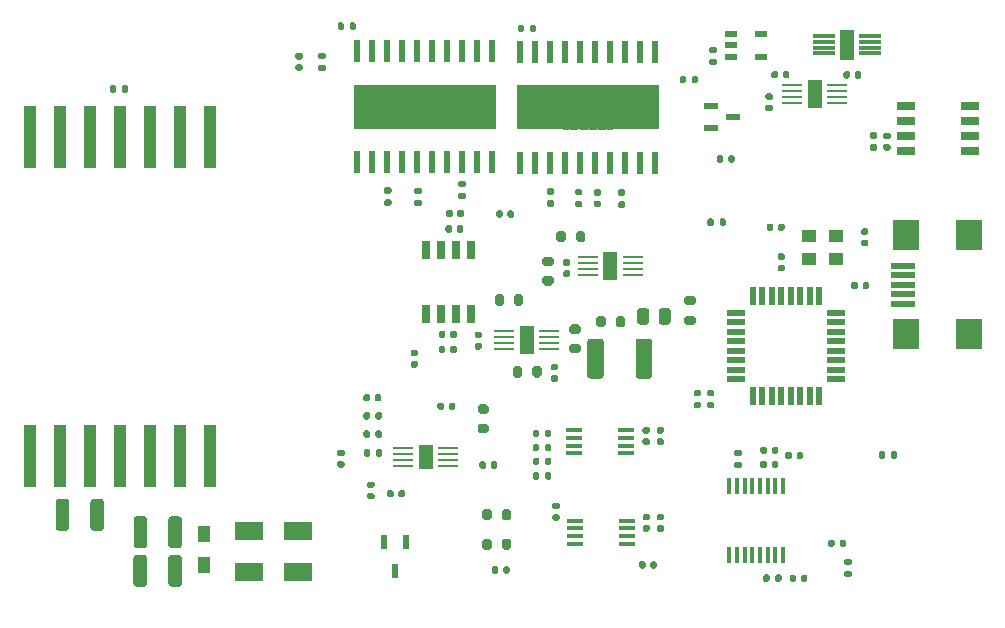
<source format=gbr>
%TF.GenerationSoftware,KiCad,Pcbnew,(5.1.10)-1*%
%TF.CreationDate,2021-07-14T14:56:59-07:00*%
%TF.ProjectId,laser,6c617365-722e-46b6-9963-61645f706362,rev?*%
%TF.SameCoordinates,Original*%
%TF.FileFunction,Paste,Top*%
%TF.FilePolarity,Positive*%
%FSLAX46Y46*%
G04 Gerber Fmt 4.6, Leading zero omitted, Abs format (unit mm)*
G04 Created by KiCad (PCBNEW (5.1.10)-1) date 2021-07-14 14:56:59*
%MOMM*%
%LPD*%
G01*
G04 APERTURE LIST*
%ADD10C,0.100000*%
%ADD11R,2.200000X2.500000*%
%ADD12R,2.000000X0.500000*%
%ADD13R,1.200000X2.540000*%
%ADD14R,1.850000X0.300000*%
%ADD15R,1.799999X0.250000*%
%ADD16R,1.200000X2.440000*%
%ADD17R,1.200000X2.000000*%
%ADD18R,0.558000X1.969999*%
%ADD19R,12.000000X3.810000*%
%ADD20R,1.000000X1.400000*%
%ADD21R,1.040000X5.250000*%
%ADD22R,1.050000X0.550000*%
%ADD23R,1.525000X0.700000*%
%ADD24R,0.650000X1.525000*%
%ADD25R,0.450000X1.475000*%
%ADD26R,0.600000X1.300000*%
%ADD27R,2.410000X1.650000*%
%ADD28R,1.309599X0.568000*%
%ADD29R,1.315199X0.405600*%
%ADD30R,1.300000X1.100000*%
%ADD31R,0.600000X1.500000*%
%ADD32R,1.500000X0.600000*%
G04 APERTURE END LIST*
D10*
%TO.C,U301*%
G36*
X161714930Y-92580070D02*
G01*
X162125200Y-92580070D01*
X162125200Y-92172521D01*
X161983779Y-92031100D01*
X161714930Y-92031100D01*
X161714930Y-92580070D01*
G37*
X161714930Y-92580070D02*
X162125200Y-92580070D01*
X162125200Y-92172521D01*
X161983779Y-92031100D01*
X161714930Y-92031100D01*
X161714930Y-92580070D01*
G36*
X162325200Y-92580070D02*
G01*
X162912600Y-92580070D01*
X162912600Y-92172521D01*
X162771179Y-92031100D01*
X162466621Y-92031100D01*
X162325200Y-92172521D01*
X162325200Y-92580070D01*
G37*
X162325200Y-92580070D02*
X162912600Y-92580070D01*
X162912600Y-92172521D01*
X162771179Y-92031100D01*
X162466621Y-92031100D01*
X162325200Y-92172521D01*
X162325200Y-92580070D01*
G36*
X163112600Y-92580070D02*
G01*
X163700000Y-92580070D01*
X163700000Y-92172521D01*
X163558579Y-92031100D01*
X163254021Y-92031100D01*
X163112600Y-92172521D01*
X163112600Y-92580070D01*
G37*
X163112600Y-92580070D02*
X163700000Y-92580070D01*
X163700000Y-92172521D01*
X163558579Y-92031100D01*
X163254021Y-92031100D01*
X163112600Y-92172521D01*
X163112600Y-92580070D01*
G36*
X163900000Y-92580070D02*
G01*
X164487400Y-92580070D01*
X164487400Y-92172521D01*
X164345979Y-92031100D01*
X164041421Y-92031100D01*
X163900000Y-92172521D01*
X163900000Y-92580070D01*
G37*
X163900000Y-92580070D02*
X164487400Y-92580070D01*
X164487400Y-92172521D01*
X164345979Y-92031100D01*
X164041421Y-92031100D01*
X163900000Y-92172521D01*
X163900000Y-92580070D01*
G36*
X164687400Y-92580070D02*
G01*
X165274800Y-92580070D01*
X165274800Y-92172521D01*
X165133379Y-92031100D01*
X164828821Y-92031100D01*
X164687400Y-92172521D01*
X164687400Y-92580070D01*
G37*
X164687400Y-92580070D02*
X165274800Y-92580070D01*
X165274800Y-92172521D01*
X165133379Y-92031100D01*
X164828821Y-92031100D01*
X164687400Y-92172521D01*
X164687400Y-92580070D01*
G36*
X165474800Y-92580070D02*
G01*
X165885070Y-92580070D01*
X165885070Y-92031100D01*
X165616221Y-92031100D01*
X165474800Y-92172521D01*
X165474800Y-92580070D01*
G37*
X165474800Y-92580070D02*
X165885070Y-92580070D01*
X165885070Y-92031100D01*
X165616221Y-92031100D01*
X165474800Y-92172521D01*
X165474800Y-92580070D01*
G36*
X161714930Y-91831100D02*
G01*
X161983779Y-91831100D01*
X162125200Y-91689679D01*
X162125200Y-91385121D01*
X161983779Y-91243700D01*
X161714930Y-91243700D01*
X161714930Y-91831100D01*
G37*
X161714930Y-91831100D02*
X161983779Y-91831100D01*
X162125200Y-91689679D01*
X162125200Y-91385121D01*
X161983779Y-91243700D01*
X161714930Y-91243700D01*
X161714930Y-91831100D01*
G36*
X165474800Y-91689679D02*
G01*
X165616221Y-91831100D01*
X165885070Y-91831100D01*
X165885070Y-91243700D01*
X165616221Y-91243700D01*
X165474800Y-91385121D01*
X165474800Y-91689679D01*
G37*
X165474800Y-91689679D02*
X165616221Y-91831100D01*
X165885070Y-91831100D01*
X165885070Y-91243700D01*
X165616221Y-91243700D01*
X165474800Y-91385121D01*
X165474800Y-91689679D01*
G36*
X161714930Y-91043700D02*
G01*
X161983779Y-91043700D01*
X162125200Y-90902279D01*
X162125200Y-90597721D01*
X161983779Y-90456300D01*
X161714930Y-90456300D01*
X161714930Y-91043700D01*
G37*
X161714930Y-91043700D02*
X161983779Y-91043700D01*
X162125200Y-90902279D01*
X162125200Y-90597721D01*
X161983779Y-90456300D01*
X161714930Y-90456300D01*
X161714930Y-91043700D01*
G36*
X165474800Y-90902279D02*
G01*
X165616221Y-91043700D01*
X165885070Y-91043700D01*
X165885070Y-90456300D01*
X165616221Y-90456300D01*
X165474800Y-90597721D01*
X165474800Y-90902279D01*
G37*
X165474800Y-90902279D02*
X165616221Y-91043700D01*
X165885070Y-91043700D01*
X165885070Y-90456300D01*
X165616221Y-90456300D01*
X165474800Y-90597721D01*
X165474800Y-90902279D01*
G36*
X161714930Y-90256300D02*
G01*
X161983779Y-90256300D01*
X162125200Y-90114879D01*
X162125200Y-89810321D01*
X161983779Y-89668900D01*
X161714930Y-89668900D01*
X161714930Y-90256300D01*
G37*
X161714930Y-90256300D02*
X161983779Y-90256300D01*
X162125200Y-90114879D01*
X162125200Y-89810321D01*
X161983779Y-89668900D01*
X161714930Y-89668900D01*
X161714930Y-90256300D01*
G36*
X165474800Y-90114879D02*
G01*
X165616221Y-90256300D01*
X165885070Y-90256300D01*
X165885070Y-89668900D01*
X165616221Y-89668900D01*
X165474800Y-89810321D01*
X165474800Y-90114879D01*
G37*
X165474800Y-90114879D02*
X165616221Y-90256300D01*
X165885070Y-90256300D01*
X165885070Y-89668900D01*
X165616221Y-89668900D01*
X165474800Y-89810321D01*
X165474800Y-90114879D01*
G36*
X161714930Y-89468900D02*
G01*
X161983779Y-89468900D01*
X162125200Y-89327479D01*
X162125200Y-88919930D01*
X161714930Y-88919930D01*
X161714930Y-89468900D01*
G37*
X161714930Y-89468900D02*
X161983779Y-89468900D01*
X162125200Y-89327479D01*
X162125200Y-88919930D01*
X161714930Y-88919930D01*
X161714930Y-89468900D01*
G36*
X162325200Y-89327479D02*
G01*
X162466621Y-89468900D01*
X162771179Y-89468900D01*
X162912600Y-89327479D01*
X162912600Y-88919930D01*
X162325200Y-88919930D01*
X162325200Y-89327479D01*
G37*
X162325200Y-89327479D02*
X162466621Y-89468900D01*
X162771179Y-89468900D01*
X162912600Y-89327479D01*
X162912600Y-88919930D01*
X162325200Y-88919930D01*
X162325200Y-89327479D01*
G36*
X163112600Y-89327479D02*
G01*
X163254021Y-89468900D01*
X163558579Y-89468900D01*
X163700000Y-89327479D01*
X163700000Y-88919930D01*
X163112600Y-88919930D01*
X163112600Y-89327479D01*
G37*
X163112600Y-89327479D02*
X163254021Y-89468900D01*
X163558579Y-89468900D01*
X163700000Y-89327479D01*
X163700000Y-88919930D01*
X163112600Y-88919930D01*
X163112600Y-89327479D01*
G36*
X163900000Y-89327479D02*
G01*
X164041421Y-89468900D01*
X164345979Y-89468900D01*
X164487400Y-89327479D01*
X164487400Y-88919930D01*
X163900000Y-88919930D01*
X163900000Y-89327479D01*
G37*
X163900000Y-89327479D02*
X164041421Y-89468900D01*
X164345979Y-89468900D01*
X164487400Y-89327479D01*
X164487400Y-88919930D01*
X163900000Y-88919930D01*
X163900000Y-89327479D01*
G36*
X164687400Y-89327479D02*
G01*
X164828821Y-89468900D01*
X165133379Y-89468900D01*
X165274800Y-89327479D01*
X165274800Y-88919930D01*
X164687400Y-88919930D01*
X164687400Y-89327479D01*
G37*
X164687400Y-89327479D02*
X164828821Y-89468900D01*
X165133379Y-89468900D01*
X165274800Y-89327479D01*
X165274800Y-88919930D01*
X164687400Y-88919930D01*
X164687400Y-89327479D01*
G36*
X165474800Y-89327479D02*
G01*
X165616221Y-89468900D01*
X165885070Y-89468900D01*
X165885070Y-88919930D01*
X165474800Y-88919930D01*
X165474800Y-89327479D01*
G37*
X165474800Y-89327479D02*
X165616221Y-89468900D01*
X165885070Y-89468900D01*
X165885070Y-88919930D01*
X165474800Y-88919930D01*
X165474800Y-89327479D01*
%TO.C,U302*%
G36*
X179264800Y-89377479D02*
G01*
X179406221Y-89518900D01*
X179675070Y-89518900D01*
X179675070Y-88969930D01*
X179264800Y-88969930D01*
X179264800Y-89377479D01*
G37*
X179264800Y-89377479D02*
X179406221Y-89518900D01*
X179675070Y-89518900D01*
X179675070Y-88969930D01*
X179264800Y-88969930D01*
X179264800Y-89377479D01*
G36*
X178477400Y-89377479D02*
G01*
X178618821Y-89518900D01*
X178923379Y-89518900D01*
X179064800Y-89377479D01*
X179064800Y-88969930D01*
X178477400Y-88969930D01*
X178477400Y-89377479D01*
G37*
X178477400Y-89377479D02*
X178618821Y-89518900D01*
X178923379Y-89518900D01*
X179064800Y-89377479D01*
X179064800Y-88969930D01*
X178477400Y-88969930D01*
X178477400Y-89377479D01*
G36*
X177690000Y-89377479D02*
G01*
X177831421Y-89518900D01*
X178135979Y-89518900D01*
X178277400Y-89377479D01*
X178277400Y-88969930D01*
X177690000Y-88969930D01*
X177690000Y-89377479D01*
G37*
X177690000Y-89377479D02*
X177831421Y-89518900D01*
X178135979Y-89518900D01*
X178277400Y-89377479D01*
X178277400Y-88969930D01*
X177690000Y-88969930D01*
X177690000Y-89377479D01*
G36*
X176902600Y-89377479D02*
G01*
X177044021Y-89518900D01*
X177348579Y-89518900D01*
X177490000Y-89377479D01*
X177490000Y-88969930D01*
X176902600Y-88969930D01*
X176902600Y-89377479D01*
G37*
X176902600Y-89377479D02*
X177044021Y-89518900D01*
X177348579Y-89518900D01*
X177490000Y-89377479D01*
X177490000Y-88969930D01*
X176902600Y-88969930D01*
X176902600Y-89377479D01*
G36*
X176115200Y-89377479D02*
G01*
X176256621Y-89518900D01*
X176561179Y-89518900D01*
X176702600Y-89377479D01*
X176702600Y-88969930D01*
X176115200Y-88969930D01*
X176115200Y-89377479D01*
G37*
X176115200Y-89377479D02*
X176256621Y-89518900D01*
X176561179Y-89518900D01*
X176702600Y-89377479D01*
X176702600Y-88969930D01*
X176115200Y-88969930D01*
X176115200Y-89377479D01*
G36*
X175504930Y-89518900D02*
G01*
X175773779Y-89518900D01*
X175915200Y-89377479D01*
X175915200Y-88969930D01*
X175504930Y-88969930D01*
X175504930Y-89518900D01*
G37*
X175504930Y-89518900D02*
X175773779Y-89518900D01*
X175915200Y-89377479D01*
X175915200Y-88969930D01*
X175504930Y-88969930D01*
X175504930Y-89518900D01*
G36*
X179264800Y-90164879D02*
G01*
X179406221Y-90306300D01*
X179675070Y-90306300D01*
X179675070Y-89718900D01*
X179406221Y-89718900D01*
X179264800Y-89860321D01*
X179264800Y-90164879D01*
G37*
X179264800Y-90164879D02*
X179406221Y-90306300D01*
X179675070Y-90306300D01*
X179675070Y-89718900D01*
X179406221Y-89718900D01*
X179264800Y-89860321D01*
X179264800Y-90164879D01*
G36*
X175504930Y-90306300D02*
G01*
X175773779Y-90306300D01*
X175915200Y-90164879D01*
X175915200Y-89860321D01*
X175773779Y-89718900D01*
X175504930Y-89718900D01*
X175504930Y-90306300D01*
G37*
X175504930Y-90306300D02*
X175773779Y-90306300D01*
X175915200Y-90164879D01*
X175915200Y-89860321D01*
X175773779Y-89718900D01*
X175504930Y-89718900D01*
X175504930Y-90306300D01*
G36*
X179264800Y-90952279D02*
G01*
X179406221Y-91093700D01*
X179675070Y-91093700D01*
X179675070Y-90506300D01*
X179406221Y-90506300D01*
X179264800Y-90647721D01*
X179264800Y-90952279D01*
G37*
X179264800Y-90952279D02*
X179406221Y-91093700D01*
X179675070Y-91093700D01*
X179675070Y-90506300D01*
X179406221Y-90506300D01*
X179264800Y-90647721D01*
X179264800Y-90952279D01*
G36*
X175504930Y-91093700D02*
G01*
X175773779Y-91093700D01*
X175915200Y-90952279D01*
X175915200Y-90647721D01*
X175773779Y-90506300D01*
X175504930Y-90506300D01*
X175504930Y-91093700D01*
G37*
X175504930Y-91093700D02*
X175773779Y-91093700D01*
X175915200Y-90952279D01*
X175915200Y-90647721D01*
X175773779Y-90506300D01*
X175504930Y-90506300D01*
X175504930Y-91093700D01*
G36*
X179264800Y-91739679D02*
G01*
X179406221Y-91881100D01*
X179675070Y-91881100D01*
X179675070Y-91293700D01*
X179406221Y-91293700D01*
X179264800Y-91435121D01*
X179264800Y-91739679D01*
G37*
X179264800Y-91739679D02*
X179406221Y-91881100D01*
X179675070Y-91881100D01*
X179675070Y-91293700D01*
X179406221Y-91293700D01*
X179264800Y-91435121D01*
X179264800Y-91739679D01*
G36*
X175504930Y-91881100D02*
G01*
X175773779Y-91881100D01*
X175915200Y-91739679D01*
X175915200Y-91435121D01*
X175773779Y-91293700D01*
X175504930Y-91293700D01*
X175504930Y-91881100D01*
G37*
X175504930Y-91881100D02*
X175773779Y-91881100D01*
X175915200Y-91739679D01*
X175915200Y-91435121D01*
X175773779Y-91293700D01*
X175504930Y-91293700D01*
X175504930Y-91881100D01*
G36*
X179264800Y-92630070D02*
G01*
X179675070Y-92630070D01*
X179675070Y-92081100D01*
X179406221Y-92081100D01*
X179264800Y-92222521D01*
X179264800Y-92630070D01*
G37*
X179264800Y-92630070D02*
X179675070Y-92630070D01*
X179675070Y-92081100D01*
X179406221Y-92081100D01*
X179264800Y-92222521D01*
X179264800Y-92630070D01*
G36*
X178477400Y-92630070D02*
G01*
X179064800Y-92630070D01*
X179064800Y-92222521D01*
X178923379Y-92081100D01*
X178618821Y-92081100D01*
X178477400Y-92222521D01*
X178477400Y-92630070D01*
G37*
X178477400Y-92630070D02*
X179064800Y-92630070D01*
X179064800Y-92222521D01*
X178923379Y-92081100D01*
X178618821Y-92081100D01*
X178477400Y-92222521D01*
X178477400Y-92630070D01*
G36*
X177690000Y-92630070D02*
G01*
X178277400Y-92630070D01*
X178277400Y-92222521D01*
X178135979Y-92081100D01*
X177831421Y-92081100D01*
X177690000Y-92222521D01*
X177690000Y-92630070D01*
G37*
X177690000Y-92630070D02*
X178277400Y-92630070D01*
X178277400Y-92222521D01*
X178135979Y-92081100D01*
X177831421Y-92081100D01*
X177690000Y-92222521D01*
X177690000Y-92630070D01*
G36*
X176902600Y-92630070D02*
G01*
X177490000Y-92630070D01*
X177490000Y-92222521D01*
X177348579Y-92081100D01*
X177044021Y-92081100D01*
X176902600Y-92222521D01*
X176902600Y-92630070D01*
G37*
X176902600Y-92630070D02*
X177490000Y-92630070D01*
X177490000Y-92222521D01*
X177348579Y-92081100D01*
X177044021Y-92081100D01*
X176902600Y-92222521D01*
X176902600Y-92630070D01*
G36*
X176115200Y-92630070D02*
G01*
X176702600Y-92630070D01*
X176702600Y-92222521D01*
X176561179Y-92081100D01*
X176256621Y-92081100D01*
X176115200Y-92222521D01*
X176115200Y-92630070D01*
G37*
X176115200Y-92630070D02*
X176702600Y-92630070D01*
X176702600Y-92222521D01*
X176561179Y-92081100D01*
X176256621Y-92081100D01*
X176115200Y-92222521D01*
X176115200Y-92630070D01*
G36*
X175504930Y-92630070D02*
G01*
X175915200Y-92630070D01*
X175915200Y-92222521D01*
X175773779Y-92081100D01*
X175504930Y-92081100D01*
X175504930Y-92630070D01*
G37*
X175504930Y-92630070D02*
X175915200Y-92630070D01*
X175915200Y-92222521D01*
X175773779Y-92081100D01*
X175504930Y-92081100D01*
X175504930Y-92630070D01*
%TD*%
%TO.C,C412*%
G36*
G01*
X133690000Y-124199999D02*
X133690000Y-126400001D01*
G75*
G02*
X133440001Y-126650000I-249999J0D01*
G01*
X132789999Y-126650000D01*
G75*
G02*
X132540000Y-126400001I0J249999D01*
G01*
X132540000Y-124199999D01*
G75*
G02*
X132789999Y-123950000I249999J0D01*
G01*
X133440001Y-123950000D01*
G75*
G02*
X133690000Y-124199999I0J-249999D01*
G01*
G37*
G36*
G01*
X136640000Y-124199999D02*
X136640000Y-126400001D01*
G75*
G02*
X136390001Y-126650000I-249999J0D01*
G01*
X135739999Y-126650000D01*
G75*
G02*
X135490000Y-126400001I0J249999D01*
G01*
X135490000Y-124199999D01*
G75*
G02*
X135739999Y-123950000I249999J0D01*
G01*
X136390001Y-123950000D01*
G75*
G02*
X136640000Y-124199999I0J-249999D01*
G01*
G37*
%TD*%
%TO.C,R101*%
G36*
G01*
X203280000Y-120415000D02*
X203280000Y-120045000D01*
G75*
G02*
X203415000Y-119910000I135000J0D01*
G01*
X203685000Y-119910000D01*
G75*
G02*
X203820000Y-120045000I0J-135000D01*
G01*
X203820000Y-120415000D01*
G75*
G02*
X203685000Y-120550000I-135000J0D01*
G01*
X203415000Y-120550000D01*
G75*
G02*
X203280000Y-120415000I0J135000D01*
G01*
G37*
G36*
G01*
X202260000Y-120415000D02*
X202260000Y-120045000D01*
G75*
G02*
X202395000Y-119910000I135000J0D01*
G01*
X202665000Y-119910000D01*
G75*
G02*
X202800000Y-120045000I0J-135000D01*
G01*
X202800000Y-120415000D01*
G75*
G02*
X202665000Y-120550000I-135000J0D01*
G01*
X202395000Y-120550000D01*
G75*
G02*
X202260000Y-120415000I0J135000D01*
G01*
G37*
%TD*%
D11*
%TO.C,J602*%
X209850000Y-101610000D03*
X209850000Y-110010000D03*
X204550000Y-101610000D03*
X204550000Y-110010000D03*
D12*
X204300000Y-104210000D03*
X204300000Y-105010000D03*
X204300000Y-105810000D03*
X204300000Y-106610000D03*
X204300000Y-107410000D03*
%TD*%
%TO.C,C411*%
G36*
G01*
X142080000Y-131140001D02*
X142080000Y-128939999D01*
G75*
G02*
X142329999Y-128690000I249999J0D01*
G01*
X142980001Y-128690000D01*
G75*
G02*
X143230000Y-128939999I0J-249999D01*
G01*
X143230000Y-131140001D01*
G75*
G02*
X142980001Y-131390000I-249999J0D01*
G01*
X142329999Y-131390000D01*
G75*
G02*
X142080000Y-131140001I0J249999D01*
G01*
G37*
G36*
G01*
X139130000Y-131140001D02*
X139130000Y-128939999D01*
G75*
G02*
X139379999Y-128690000I249999J0D01*
G01*
X140030001Y-128690000D01*
G75*
G02*
X140280000Y-128939999I0J-249999D01*
G01*
X140280000Y-131140001D01*
G75*
G02*
X140030001Y-131390000I-249999J0D01*
G01*
X139379999Y-131390000D01*
G75*
G02*
X139130000Y-131140001I0J249999D01*
G01*
G37*
%TD*%
%TO.C,C410*%
G36*
G01*
X142090000Y-127880001D02*
X142090000Y-125679999D01*
G75*
G02*
X142339999Y-125430000I249999J0D01*
G01*
X142990001Y-125430000D01*
G75*
G02*
X143240000Y-125679999I0J-249999D01*
G01*
X143240000Y-127880001D01*
G75*
G02*
X142990001Y-128130000I-249999J0D01*
G01*
X142339999Y-128130000D01*
G75*
G02*
X142090000Y-127880001I0J249999D01*
G01*
G37*
G36*
G01*
X139140000Y-127880001D02*
X139140000Y-125679999D01*
G75*
G02*
X139389999Y-125430000I249999J0D01*
G01*
X140040001Y-125430000D01*
G75*
G02*
X140290000Y-125679999I0J-249999D01*
G01*
X140290000Y-127880001D01*
G75*
G02*
X140040001Y-128130000I-249999J0D01*
G01*
X139389999Y-128130000D01*
G75*
G02*
X139140000Y-127880001I0J249999D01*
G01*
G37*
%TD*%
D13*
%TO.C,IC201*%
X199530000Y-85490000D03*
D14*
X201480000Y-84740000D03*
X201480000Y-85240000D03*
X201480000Y-85740000D03*
X201480000Y-86240000D03*
X197580000Y-86240000D03*
X197580000Y-85740000D03*
X197580000Y-85240000D03*
X197580000Y-84740000D03*
%TD*%
D15*
%TO.C,IC203*%
X194930000Y-88889999D03*
X194930000Y-89390000D03*
X194930000Y-89890000D03*
X194930000Y-90390001D03*
X198730000Y-90390001D03*
X198730000Y-89890000D03*
X198730000Y-89390000D03*
X198730000Y-88889999D03*
D16*
X196830000Y-89640000D03*
%TD*%
%TO.C,U502*%
X179500000Y-104250000D03*
D15*
X181400000Y-103499999D03*
X181400000Y-104000000D03*
X181400000Y-104500000D03*
X181400000Y-105000001D03*
X177600000Y-105000001D03*
X177600000Y-104500000D03*
X177600000Y-104000000D03*
X177600000Y-103499999D03*
%TD*%
%TO.C,U501*%
X170520000Y-109749999D03*
X170520000Y-110250000D03*
X170520000Y-110750000D03*
X170520000Y-111250001D03*
X174320000Y-111250001D03*
X174320000Y-110750000D03*
X174320000Y-110250000D03*
X174320000Y-109749999D03*
D16*
X172420000Y-110500000D03*
%TD*%
D15*
%TO.C,U401*%
X161980000Y-119659999D03*
X161980000Y-120160000D03*
X161980000Y-120660000D03*
X161980000Y-121160001D03*
X165780000Y-121160001D03*
X165780000Y-120660000D03*
X165780000Y-120160000D03*
X165780000Y-119659999D03*
D17*
X163880000Y-120410000D03*
%TD*%
D18*
%TO.C,U301*%
X158085000Y-95436300D03*
X159355000Y-95436300D03*
X160625000Y-95436300D03*
X161895000Y-95436300D03*
X163165000Y-95436300D03*
X164435000Y-95436300D03*
X165705000Y-95436300D03*
X166975000Y-95436300D03*
X168245000Y-95436300D03*
X169515000Y-95436300D03*
X169515000Y-86063700D03*
X168245000Y-86063700D03*
X166975000Y-86063700D03*
X165705000Y-86063700D03*
X164435000Y-86063700D03*
X163165000Y-86063700D03*
X161895000Y-86063700D03*
X160625000Y-86063700D03*
X159355000Y-86063700D03*
X158085000Y-86063700D03*
D19*
X163800000Y-90750000D03*
%TD*%
%TO.C,U302*%
X177590000Y-90800000D03*
D18*
X171875000Y-86113700D03*
X173145000Y-86113700D03*
X174415000Y-86113700D03*
X175685000Y-86113700D03*
X176955000Y-86113700D03*
X178225000Y-86113700D03*
X179495000Y-86113700D03*
X180765000Y-86113700D03*
X182035000Y-86113700D03*
X183305000Y-86113700D03*
X183305000Y-95486300D03*
X182035000Y-95486300D03*
X180765000Y-95486300D03*
X179495000Y-95486300D03*
X178225000Y-95486300D03*
X176955000Y-95486300D03*
X175685000Y-95486300D03*
X174415000Y-95486300D03*
X173145000Y-95486300D03*
X171875000Y-95486300D03*
%TD*%
D20*
%TO.C,U402*%
X145090000Y-126940000D03*
X145090000Y-129540000D03*
%TD*%
%TO.C,R901*%
G36*
G01*
X138140000Y-89445000D02*
X138140000Y-89075000D01*
G75*
G02*
X138275000Y-88940000I135000J0D01*
G01*
X138545000Y-88940000D01*
G75*
G02*
X138680000Y-89075000I0J-135000D01*
G01*
X138680000Y-89445000D01*
G75*
G02*
X138545000Y-89580000I-135000J0D01*
G01*
X138275000Y-89580000D01*
G75*
G02*
X138140000Y-89445000I0J135000D01*
G01*
G37*
G36*
G01*
X137120000Y-89445000D02*
X137120000Y-89075000D01*
G75*
G02*
X137255000Y-88940000I135000J0D01*
G01*
X137525000Y-88940000D01*
G75*
G02*
X137660000Y-89075000I0J-135000D01*
G01*
X137660000Y-89445000D01*
G75*
G02*
X137525000Y-89580000I-135000J0D01*
G01*
X137255000Y-89580000D01*
G75*
G02*
X137120000Y-89445000I0J135000D01*
G01*
G37*
%TD*%
%TO.C,C502*%
G36*
G01*
X168160000Y-109790000D02*
X168500000Y-109790000D01*
G75*
G02*
X168640000Y-109930000I0J-140000D01*
G01*
X168640000Y-110210000D01*
G75*
G02*
X168500000Y-110350000I-140000J0D01*
G01*
X168160000Y-110350000D01*
G75*
G02*
X168020000Y-110210000I0J140000D01*
G01*
X168020000Y-109930000D01*
G75*
G02*
X168160000Y-109790000I140000J0D01*
G01*
G37*
G36*
G01*
X168160000Y-110750000D02*
X168500000Y-110750000D01*
G75*
G02*
X168640000Y-110890000I0J-140000D01*
G01*
X168640000Y-111170000D01*
G75*
G02*
X168500000Y-111310000I-140000J0D01*
G01*
X168160000Y-111310000D01*
G75*
G02*
X168020000Y-111170000I0J140000D01*
G01*
X168020000Y-110890000D01*
G75*
G02*
X168160000Y-110750000I140000J0D01*
G01*
G37*
%TD*%
D21*
%TO.C,B1*%
X145620000Y-93280000D03*
X143080000Y-93280000D03*
X140540000Y-93280000D03*
X138000000Y-93280000D03*
X135460000Y-93280000D03*
X132920000Y-93280000D03*
X130380000Y-93280000D03*
X145620000Y-120280000D03*
X143080000Y-120280000D03*
X140540000Y-120280000D03*
X138000000Y-120280000D03*
X135460000Y-120280000D03*
X132920000Y-120280000D03*
X130380000Y-120280000D03*
%TD*%
%TO.C,C203*%
G36*
G01*
X200200000Y-88220000D02*
X200200000Y-87880000D01*
G75*
G02*
X200340000Y-87740000I140000J0D01*
G01*
X200620000Y-87740000D01*
G75*
G02*
X200760000Y-87880000I0J-140000D01*
G01*
X200760000Y-88220000D01*
G75*
G02*
X200620000Y-88360000I-140000J0D01*
G01*
X200340000Y-88360000D01*
G75*
G02*
X200200000Y-88220000I0J140000D01*
G01*
G37*
G36*
G01*
X199240000Y-88220000D02*
X199240000Y-87880000D01*
G75*
G02*
X199380000Y-87740000I140000J0D01*
G01*
X199660000Y-87740000D01*
G75*
G02*
X199800000Y-87880000I0J-140000D01*
G01*
X199800000Y-88220000D01*
G75*
G02*
X199660000Y-88360000I-140000J0D01*
G01*
X199380000Y-88360000D01*
G75*
G02*
X199240000Y-88220000I0J140000D01*
G01*
G37*
%TD*%
%TO.C,C205*%
G36*
G01*
X202750000Y-92940000D02*
X203090000Y-92940000D01*
G75*
G02*
X203230000Y-93080000I0J-140000D01*
G01*
X203230000Y-93360000D01*
G75*
G02*
X203090000Y-93500000I-140000J0D01*
G01*
X202750000Y-93500000D01*
G75*
G02*
X202610000Y-93360000I0J140000D01*
G01*
X202610000Y-93080000D01*
G75*
G02*
X202750000Y-92940000I140000J0D01*
G01*
G37*
G36*
G01*
X202750000Y-93900000D02*
X203090000Y-93900000D01*
G75*
G02*
X203230000Y-94040000I0J-140000D01*
G01*
X203230000Y-94320000D01*
G75*
G02*
X203090000Y-94460000I-140000J0D01*
G01*
X202750000Y-94460000D01*
G75*
G02*
X202610000Y-94320000I0J140000D01*
G01*
X202610000Y-94040000D01*
G75*
G02*
X202750000Y-93900000I140000J0D01*
G01*
G37*
%TD*%
%TO.C,C207*%
G36*
G01*
X193150000Y-88200000D02*
X193150000Y-87860000D01*
G75*
G02*
X193290000Y-87720000I140000J0D01*
G01*
X193570000Y-87720000D01*
G75*
G02*
X193710000Y-87860000I0J-140000D01*
G01*
X193710000Y-88200000D01*
G75*
G02*
X193570000Y-88340000I-140000J0D01*
G01*
X193290000Y-88340000D01*
G75*
G02*
X193150000Y-88200000I0J140000D01*
G01*
G37*
G36*
G01*
X194110000Y-88200000D02*
X194110000Y-87860000D01*
G75*
G02*
X194250000Y-87720000I140000J0D01*
G01*
X194530000Y-87720000D01*
G75*
G02*
X194670000Y-87860000I0J-140000D01*
G01*
X194670000Y-88200000D01*
G75*
G02*
X194530000Y-88340000I-140000J0D01*
G01*
X194250000Y-88340000D01*
G75*
G02*
X194110000Y-88200000I0J140000D01*
G01*
G37*
%TD*%
%TO.C,C212*%
G36*
G01*
X192780000Y-90580000D02*
X193120000Y-90580000D01*
G75*
G02*
X193260000Y-90720000I0J-140000D01*
G01*
X193260000Y-91000000D01*
G75*
G02*
X193120000Y-91140000I-140000J0D01*
G01*
X192780000Y-91140000D01*
G75*
G02*
X192640000Y-91000000I0J140000D01*
G01*
X192640000Y-90720000D01*
G75*
G02*
X192780000Y-90580000I140000J0D01*
G01*
G37*
G36*
G01*
X192780000Y-89620000D02*
X193120000Y-89620000D01*
G75*
G02*
X193260000Y-89760000I0J-140000D01*
G01*
X193260000Y-90040000D01*
G75*
G02*
X193120000Y-90180000I-140000J0D01*
G01*
X192780000Y-90180000D01*
G75*
G02*
X192640000Y-90040000I0J140000D01*
G01*
X192640000Y-89760000D01*
G75*
G02*
X192780000Y-89620000I140000J0D01*
G01*
G37*
%TD*%
%TO.C,C301*%
G36*
G01*
X178240000Y-97730000D02*
X178580000Y-97730000D01*
G75*
G02*
X178720000Y-97870000I0J-140000D01*
G01*
X178720000Y-98150000D01*
G75*
G02*
X178580000Y-98290000I-140000J0D01*
G01*
X178240000Y-98290000D01*
G75*
G02*
X178100000Y-98150000I0J140000D01*
G01*
X178100000Y-97870000D01*
G75*
G02*
X178240000Y-97730000I140000J0D01*
G01*
G37*
G36*
G01*
X178240000Y-98690000D02*
X178580000Y-98690000D01*
G75*
G02*
X178720000Y-98830000I0J-140000D01*
G01*
X178720000Y-99110000D01*
G75*
G02*
X178580000Y-99250000I-140000J0D01*
G01*
X178240000Y-99250000D01*
G75*
G02*
X178100000Y-99110000I0J140000D01*
G01*
X178100000Y-98830000D01*
G75*
G02*
X178240000Y-98690000I140000J0D01*
G01*
G37*
%TD*%
%TO.C,C302*%
G36*
G01*
X170800000Y-100010000D02*
X170800000Y-99670000D01*
G75*
G02*
X170940000Y-99530000I140000J0D01*
G01*
X171220000Y-99530000D01*
G75*
G02*
X171360000Y-99670000I0J-140000D01*
G01*
X171360000Y-100010000D01*
G75*
G02*
X171220000Y-100150000I-140000J0D01*
G01*
X170940000Y-100150000D01*
G75*
G02*
X170800000Y-100010000I0J140000D01*
G01*
G37*
G36*
G01*
X169840000Y-100010000D02*
X169840000Y-99670000D01*
G75*
G02*
X169980000Y-99530000I140000J0D01*
G01*
X170260000Y-99530000D01*
G75*
G02*
X170400000Y-99670000I0J-140000D01*
G01*
X170400000Y-100010000D01*
G75*
G02*
X170260000Y-100150000I-140000J0D01*
G01*
X169980000Y-100150000D01*
G75*
G02*
X169840000Y-100010000I0J140000D01*
G01*
G37*
%TD*%
%TO.C,C303*%
G36*
G01*
X167120000Y-99610000D02*
X167120000Y-99950000D01*
G75*
G02*
X166980000Y-100090000I-140000J0D01*
G01*
X166700000Y-100090000D01*
G75*
G02*
X166560000Y-99950000I0J140000D01*
G01*
X166560000Y-99610000D01*
G75*
G02*
X166700000Y-99470000I140000J0D01*
G01*
X166980000Y-99470000D01*
G75*
G02*
X167120000Y-99610000I0J-140000D01*
G01*
G37*
G36*
G01*
X166160000Y-99610000D02*
X166160000Y-99950000D01*
G75*
G02*
X166020000Y-100090000I-140000J0D01*
G01*
X165740000Y-100090000D01*
G75*
G02*
X165600000Y-99950000I0J140000D01*
G01*
X165600000Y-99610000D01*
G75*
G02*
X165740000Y-99470000I140000J0D01*
G01*
X166020000Y-99470000D01*
G75*
G02*
X166160000Y-99610000I0J-140000D01*
G01*
G37*
%TD*%
%TO.C,C304*%
G36*
G01*
X152980000Y-87150000D02*
X153320000Y-87150000D01*
G75*
G02*
X153460000Y-87290000I0J-140000D01*
G01*
X153460000Y-87570000D01*
G75*
G02*
X153320000Y-87710000I-140000J0D01*
G01*
X152980000Y-87710000D01*
G75*
G02*
X152840000Y-87570000I0J140000D01*
G01*
X152840000Y-87290000D01*
G75*
G02*
X152980000Y-87150000I140000J0D01*
G01*
G37*
G36*
G01*
X152980000Y-86190000D02*
X153320000Y-86190000D01*
G75*
G02*
X153460000Y-86330000I0J-140000D01*
G01*
X153460000Y-86610000D01*
G75*
G02*
X153320000Y-86750000I-140000J0D01*
G01*
X152980000Y-86750000D01*
G75*
G02*
X152840000Y-86610000I0J140000D01*
G01*
X152840000Y-86330000D01*
G75*
G02*
X152980000Y-86190000I140000J0D01*
G01*
G37*
%TD*%
%TO.C,C401*%
G36*
G01*
X156530000Y-120740000D02*
X156870000Y-120740000D01*
G75*
G02*
X157010000Y-120880000I0J-140000D01*
G01*
X157010000Y-121160000D01*
G75*
G02*
X156870000Y-121300000I-140000J0D01*
G01*
X156530000Y-121300000D01*
G75*
G02*
X156390000Y-121160000I0J140000D01*
G01*
X156390000Y-120880000D01*
G75*
G02*
X156530000Y-120740000I140000J0D01*
G01*
G37*
G36*
G01*
X156530000Y-119780000D02*
X156870000Y-119780000D01*
G75*
G02*
X157010000Y-119920000I0J-140000D01*
G01*
X157010000Y-120200000D01*
G75*
G02*
X156870000Y-120340000I-140000J0D01*
G01*
X156530000Y-120340000D01*
G75*
G02*
X156390000Y-120200000I0J140000D01*
G01*
X156390000Y-119920000D01*
G75*
G02*
X156530000Y-119780000I140000J0D01*
G01*
G37*
%TD*%
%TO.C,C402*%
G36*
G01*
X159400000Y-124000000D02*
X159060000Y-124000000D01*
G75*
G02*
X158920000Y-123860000I0J140000D01*
G01*
X158920000Y-123580000D01*
G75*
G02*
X159060000Y-123440000I140000J0D01*
G01*
X159400000Y-123440000D01*
G75*
G02*
X159540000Y-123580000I0J-140000D01*
G01*
X159540000Y-123860000D01*
G75*
G02*
X159400000Y-124000000I-140000J0D01*
G01*
G37*
G36*
G01*
X159400000Y-123040000D02*
X159060000Y-123040000D01*
G75*
G02*
X158920000Y-122900000I0J140000D01*
G01*
X158920000Y-122620000D01*
G75*
G02*
X159060000Y-122480000I140000J0D01*
G01*
X159400000Y-122480000D01*
G75*
G02*
X159540000Y-122620000I0J-140000D01*
G01*
X159540000Y-122900000D01*
G75*
G02*
X159400000Y-123040000I-140000J0D01*
G01*
G37*
%TD*%
%TO.C,C405*%
G36*
G01*
X168980000Y-120920000D02*
X168980000Y-121260000D01*
G75*
G02*
X168840000Y-121400000I-140000J0D01*
G01*
X168560000Y-121400000D01*
G75*
G02*
X168420000Y-121260000I0J140000D01*
G01*
X168420000Y-120920000D01*
G75*
G02*
X168560000Y-120780000I140000J0D01*
G01*
X168840000Y-120780000D01*
G75*
G02*
X168980000Y-120920000I0J-140000D01*
G01*
G37*
G36*
G01*
X169940000Y-120920000D02*
X169940000Y-121260000D01*
G75*
G02*
X169800000Y-121400000I-140000J0D01*
G01*
X169520000Y-121400000D01*
G75*
G02*
X169380000Y-121260000I0J140000D01*
G01*
X169380000Y-120920000D01*
G75*
G02*
X169520000Y-120780000I140000J0D01*
G01*
X169800000Y-120780000D01*
G75*
G02*
X169940000Y-120920000I0J-140000D01*
G01*
G37*
%TD*%
%TO.C,C406*%
G36*
G01*
X170990000Y-129800000D02*
X170990000Y-130140000D01*
G75*
G02*
X170850000Y-130280000I-140000J0D01*
G01*
X170570000Y-130280000D01*
G75*
G02*
X170430000Y-130140000I0J140000D01*
G01*
X170430000Y-129800000D01*
G75*
G02*
X170570000Y-129660000I140000J0D01*
G01*
X170850000Y-129660000D01*
G75*
G02*
X170990000Y-129800000I0J-140000D01*
G01*
G37*
G36*
G01*
X170030000Y-129800000D02*
X170030000Y-130140000D01*
G75*
G02*
X169890000Y-130280000I-140000J0D01*
G01*
X169610000Y-130280000D01*
G75*
G02*
X169470000Y-130140000I0J140000D01*
G01*
X169470000Y-129800000D01*
G75*
G02*
X169610000Y-129660000I140000J0D01*
G01*
X169890000Y-129660000D01*
G75*
G02*
X170030000Y-129800000I0J-140000D01*
G01*
G37*
%TD*%
%TO.C,C407*%
G36*
G01*
X159560000Y-115560000D02*
X159560000Y-115220000D01*
G75*
G02*
X159700000Y-115080000I140000J0D01*
G01*
X159980000Y-115080000D01*
G75*
G02*
X160120000Y-115220000I0J-140000D01*
G01*
X160120000Y-115560000D01*
G75*
G02*
X159980000Y-115700000I-140000J0D01*
G01*
X159700000Y-115700000D01*
G75*
G02*
X159560000Y-115560000I0J140000D01*
G01*
G37*
G36*
G01*
X158600000Y-115560000D02*
X158600000Y-115220000D01*
G75*
G02*
X158740000Y-115080000I140000J0D01*
G01*
X159020000Y-115080000D01*
G75*
G02*
X159160000Y-115220000I0J-140000D01*
G01*
X159160000Y-115560000D01*
G75*
G02*
X159020000Y-115700000I-140000J0D01*
G01*
X158740000Y-115700000D01*
G75*
G02*
X158600000Y-115560000I0J140000D01*
G01*
G37*
%TD*%
%TO.C,C408*%
G36*
G01*
X162110000Y-123350000D02*
X162110000Y-123690000D01*
G75*
G02*
X161970000Y-123830000I-140000J0D01*
G01*
X161690000Y-123830000D01*
G75*
G02*
X161550000Y-123690000I0J140000D01*
G01*
X161550000Y-123350000D01*
G75*
G02*
X161690000Y-123210000I140000J0D01*
G01*
X161970000Y-123210000D01*
G75*
G02*
X162110000Y-123350000I0J-140000D01*
G01*
G37*
G36*
G01*
X161150000Y-123350000D02*
X161150000Y-123690000D01*
G75*
G02*
X161010000Y-123830000I-140000J0D01*
G01*
X160730000Y-123830000D01*
G75*
G02*
X160590000Y-123690000I0J140000D01*
G01*
X160590000Y-123350000D01*
G75*
G02*
X160730000Y-123210000I140000J0D01*
G01*
X161010000Y-123210000D01*
G75*
G02*
X161150000Y-123350000I0J-140000D01*
G01*
G37*
%TD*%
%TO.C,C409*%
G36*
G01*
X165830000Y-116280000D02*
X165830000Y-115940000D01*
G75*
G02*
X165970000Y-115800000I140000J0D01*
G01*
X166250000Y-115800000D01*
G75*
G02*
X166390000Y-115940000I0J-140000D01*
G01*
X166390000Y-116280000D01*
G75*
G02*
X166250000Y-116420000I-140000J0D01*
G01*
X165970000Y-116420000D01*
G75*
G02*
X165830000Y-116280000I0J140000D01*
G01*
G37*
G36*
G01*
X164870000Y-116280000D02*
X164870000Y-115940000D01*
G75*
G02*
X165010000Y-115800000I140000J0D01*
G01*
X165290000Y-115800000D01*
G75*
G02*
X165430000Y-115940000I0J-140000D01*
G01*
X165430000Y-116280000D01*
G75*
G02*
X165290000Y-116420000I-140000J0D01*
G01*
X165010000Y-116420000D01*
G75*
G02*
X164870000Y-116280000I0J140000D01*
G01*
G37*
%TD*%
%TO.C,C501*%
G36*
G01*
X175640000Y-104610000D02*
X175980000Y-104610000D01*
G75*
G02*
X176120000Y-104750000I0J-140000D01*
G01*
X176120000Y-105030000D01*
G75*
G02*
X175980000Y-105170000I-140000J0D01*
G01*
X175640000Y-105170000D01*
G75*
G02*
X175500000Y-105030000I0J140000D01*
G01*
X175500000Y-104750000D01*
G75*
G02*
X175640000Y-104610000I140000J0D01*
G01*
G37*
G36*
G01*
X175640000Y-103650000D02*
X175980000Y-103650000D01*
G75*
G02*
X176120000Y-103790000I0J-140000D01*
G01*
X176120000Y-104070000D01*
G75*
G02*
X175980000Y-104210000I-140000J0D01*
G01*
X175640000Y-104210000D01*
G75*
G02*
X175500000Y-104070000I0J140000D01*
G01*
X175500000Y-103790000D01*
G75*
G02*
X175640000Y-103650000I140000J0D01*
G01*
G37*
%TD*%
%TO.C,C503*%
G36*
G01*
X174600000Y-112520000D02*
X174940000Y-112520000D01*
G75*
G02*
X175080000Y-112660000I0J-140000D01*
G01*
X175080000Y-112940000D01*
G75*
G02*
X174940000Y-113080000I-140000J0D01*
G01*
X174600000Y-113080000D01*
G75*
G02*
X174460000Y-112940000I0J140000D01*
G01*
X174460000Y-112660000D01*
G75*
G02*
X174600000Y-112520000I140000J0D01*
G01*
G37*
G36*
G01*
X174600000Y-113480000D02*
X174940000Y-113480000D01*
G75*
G02*
X175080000Y-113620000I0J-140000D01*
G01*
X175080000Y-113900000D01*
G75*
G02*
X174940000Y-114040000I-140000J0D01*
G01*
X174600000Y-114040000D01*
G75*
G02*
X174460000Y-113900000I0J140000D01*
G01*
X174460000Y-113620000D01*
G75*
G02*
X174600000Y-113480000I140000J0D01*
G01*
G37*
%TD*%
%TO.C,C508*%
G36*
G01*
X183050000Y-110629999D02*
X183050000Y-113530001D01*
G75*
G02*
X182800001Y-113780000I-249999J0D01*
G01*
X181899999Y-113780000D01*
G75*
G02*
X181650000Y-113530001I0J249999D01*
G01*
X181650000Y-110629999D01*
G75*
G02*
X181899999Y-110380000I249999J0D01*
G01*
X182800001Y-110380000D01*
G75*
G02*
X183050000Y-110629999I0J-249999D01*
G01*
G37*
G36*
G01*
X178950000Y-110629999D02*
X178950000Y-113530001D01*
G75*
G02*
X178700001Y-113780000I-249999J0D01*
G01*
X177799999Y-113780000D01*
G75*
G02*
X177550000Y-113530001I0J249999D01*
G01*
X177550000Y-110629999D01*
G75*
G02*
X177799999Y-110380000I249999J0D01*
G01*
X178700001Y-110380000D01*
G75*
G02*
X178950000Y-110629999I0J-249999D01*
G01*
G37*
%TD*%
%TO.C,C601*%
G36*
G01*
X200880000Y-101040000D02*
X201220000Y-101040000D01*
G75*
G02*
X201360000Y-101180000I0J-140000D01*
G01*
X201360000Y-101460000D01*
G75*
G02*
X201220000Y-101600000I-140000J0D01*
G01*
X200880000Y-101600000D01*
G75*
G02*
X200740000Y-101460000I0J140000D01*
G01*
X200740000Y-101180000D01*
G75*
G02*
X200880000Y-101040000I140000J0D01*
G01*
G37*
G36*
G01*
X200880000Y-102000000D02*
X201220000Y-102000000D01*
G75*
G02*
X201360000Y-102140000I0J-140000D01*
G01*
X201360000Y-102420000D01*
G75*
G02*
X201220000Y-102560000I-140000J0D01*
G01*
X200880000Y-102560000D01*
G75*
G02*
X200740000Y-102420000I0J140000D01*
G01*
X200740000Y-102140000D01*
G75*
G02*
X200880000Y-102000000I140000J0D01*
G01*
G37*
%TD*%
%TO.C,C602*%
G36*
G01*
X200870000Y-106070000D02*
X200870000Y-105730000D01*
G75*
G02*
X201010000Y-105590000I140000J0D01*
G01*
X201290000Y-105590000D01*
G75*
G02*
X201430000Y-105730000I0J-140000D01*
G01*
X201430000Y-106070000D01*
G75*
G02*
X201290000Y-106210000I-140000J0D01*
G01*
X201010000Y-106210000D01*
G75*
G02*
X200870000Y-106070000I0J140000D01*
G01*
G37*
G36*
G01*
X199910000Y-106070000D02*
X199910000Y-105730000D01*
G75*
G02*
X200050000Y-105590000I140000J0D01*
G01*
X200330000Y-105590000D01*
G75*
G02*
X200470000Y-105730000I0J-140000D01*
G01*
X200470000Y-106070000D01*
G75*
G02*
X200330000Y-106210000I-140000J0D01*
G01*
X200050000Y-106210000D01*
G75*
G02*
X199910000Y-106070000I0J140000D01*
G01*
G37*
%TD*%
%TO.C,C603*%
G36*
G01*
X189480000Y-95340000D02*
X189480000Y-95000000D01*
G75*
G02*
X189620000Y-94860000I140000J0D01*
G01*
X189900000Y-94860000D01*
G75*
G02*
X190040000Y-95000000I0J-140000D01*
G01*
X190040000Y-95340000D01*
G75*
G02*
X189900000Y-95480000I-140000J0D01*
G01*
X189620000Y-95480000D01*
G75*
G02*
X189480000Y-95340000I0J140000D01*
G01*
G37*
G36*
G01*
X188520000Y-95340000D02*
X188520000Y-95000000D01*
G75*
G02*
X188660000Y-94860000I140000J0D01*
G01*
X188940000Y-94860000D01*
G75*
G02*
X189080000Y-95000000I0J-140000D01*
G01*
X189080000Y-95340000D01*
G75*
G02*
X188940000Y-95480000I-140000J0D01*
G01*
X188660000Y-95480000D01*
G75*
G02*
X188520000Y-95340000I0J140000D01*
G01*
G37*
%TD*%
%TO.C,C605*%
G36*
G01*
X193710000Y-101120000D02*
X193710000Y-100780000D01*
G75*
G02*
X193850000Y-100640000I140000J0D01*
G01*
X194130000Y-100640000D01*
G75*
G02*
X194270000Y-100780000I0J-140000D01*
G01*
X194270000Y-101120000D01*
G75*
G02*
X194130000Y-101260000I-140000J0D01*
G01*
X193850000Y-101260000D01*
G75*
G02*
X193710000Y-101120000I0J140000D01*
G01*
G37*
G36*
G01*
X192750000Y-101120000D02*
X192750000Y-100780000D01*
G75*
G02*
X192890000Y-100640000I140000J0D01*
G01*
X193170000Y-100640000D01*
G75*
G02*
X193310000Y-100780000I0J-140000D01*
G01*
X193310000Y-101120000D01*
G75*
G02*
X193170000Y-101260000I-140000J0D01*
G01*
X192890000Y-101260000D01*
G75*
G02*
X192750000Y-101120000I0J140000D01*
G01*
G37*
%TD*%
%TO.C,C606*%
G36*
G01*
X194150000Y-104690000D02*
X193810000Y-104690000D01*
G75*
G02*
X193670000Y-104550000I0J140000D01*
G01*
X193670000Y-104270000D01*
G75*
G02*
X193810000Y-104130000I140000J0D01*
G01*
X194150000Y-104130000D01*
G75*
G02*
X194290000Y-104270000I0J-140000D01*
G01*
X194290000Y-104550000D01*
G75*
G02*
X194150000Y-104690000I-140000J0D01*
G01*
G37*
G36*
G01*
X194150000Y-103730000D02*
X193810000Y-103730000D01*
G75*
G02*
X193670000Y-103590000I0J140000D01*
G01*
X193670000Y-103310000D01*
G75*
G02*
X193810000Y-103170000I140000J0D01*
G01*
X194150000Y-103170000D01*
G75*
G02*
X194290000Y-103310000I0J-140000D01*
G01*
X194290000Y-103590000D01*
G75*
G02*
X194150000Y-103730000I-140000J0D01*
G01*
G37*
%TD*%
%TO.C,C702*%
G36*
G01*
X164990000Y-110180000D02*
X164990000Y-109840000D01*
G75*
G02*
X165130000Y-109700000I140000J0D01*
G01*
X165410000Y-109700000D01*
G75*
G02*
X165550000Y-109840000I0J-140000D01*
G01*
X165550000Y-110180000D01*
G75*
G02*
X165410000Y-110320000I-140000J0D01*
G01*
X165130000Y-110320000D01*
G75*
G02*
X164990000Y-110180000I0J140000D01*
G01*
G37*
G36*
G01*
X165950000Y-110180000D02*
X165950000Y-109840000D01*
G75*
G02*
X166090000Y-109700000I140000J0D01*
G01*
X166370000Y-109700000D01*
G75*
G02*
X166510000Y-109840000I0J-140000D01*
G01*
X166510000Y-110180000D01*
G75*
G02*
X166370000Y-110320000I-140000J0D01*
G01*
X166090000Y-110320000D01*
G75*
G02*
X165950000Y-110180000I0J140000D01*
G01*
G37*
%TD*%
%TO.C,C703*%
G36*
G01*
X162730000Y-112280000D02*
X163070000Y-112280000D01*
G75*
G02*
X163210000Y-112420000I0J-140000D01*
G01*
X163210000Y-112700000D01*
G75*
G02*
X163070000Y-112840000I-140000J0D01*
G01*
X162730000Y-112840000D01*
G75*
G02*
X162590000Y-112700000I0J140000D01*
G01*
X162590000Y-112420000D01*
G75*
G02*
X162730000Y-112280000I140000J0D01*
G01*
G37*
G36*
G01*
X162730000Y-111320000D02*
X163070000Y-111320000D01*
G75*
G02*
X163210000Y-111460000I0J-140000D01*
G01*
X163210000Y-111740000D01*
G75*
G02*
X163070000Y-111880000I-140000J0D01*
G01*
X162730000Y-111880000D01*
G75*
G02*
X162590000Y-111740000I0J140000D01*
G01*
X162590000Y-111460000D01*
G75*
G02*
X162730000Y-111320000I140000J0D01*
G01*
G37*
%TD*%
%TO.C,C704*%
G36*
G01*
X165940000Y-111480000D02*
X165940000Y-111140000D01*
G75*
G02*
X166080000Y-111000000I140000J0D01*
G01*
X166360000Y-111000000D01*
G75*
G02*
X166500000Y-111140000I0J-140000D01*
G01*
X166500000Y-111480000D01*
G75*
G02*
X166360000Y-111620000I-140000J0D01*
G01*
X166080000Y-111620000D01*
G75*
G02*
X165940000Y-111480000I0J140000D01*
G01*
G37*
G36*
G01*
X164980000Y-111480000D02*
X164980000Y-111140000D01*
G75*
G02*
X165120000Y-111000000I140000J0D01*
G01*
X165400000Y-111000000D01*
G75*
G02*
X165540000Y-111140000I0J-140000D01*
G01*
X165540000Y-111480000D01*
G75*
G02*
X165400000Y-111620000I-140000J0D01*
G01*
X165120000Y-111620000D01*
G75*
G02*
X164980000Y-111480000I0J140000D01*
G01*
G37*
%TD*%
%TO.C,C705*%
G36*
G01*
X165550000Y-101270000D02*
X165550000Y-100930000D01*
G75*
G02*
X165690000Y-100790000I140000J0D01*
G01*
X165970000Y-100790000D01*
G75*
G02*
X166110000Y-100930000I0J-140000D01*
G01*
X166110000Y-101270000D01*
G75*
G02*
X165970000Y-101410000I-140000J0D01*
G01*
X165690000Y-101410000D01*
G75*
G02*
X165550000Y-101270000I0J140000D01*
G01*
G37*
G36*
G01*
X166510000Y-101270000D02*
X166510000Y-100930000D01*
G75*
G02*
X166650000Y-100790000I140000J0D01*
G01*
X166930000Y-100790000D01*
G75*
G02*
X167070000Y-100930000I0J-140000D01*
G01*
X167070000Y-101270000D01*
G75*
G02*
X166930000Y-101410000I-140000J0D01*
G01*
X166650000Y-101410000D01*
G75*
G02*
X166510000Y-101270000I0J140000D01*
G01*
G37*
%TD*%
%TO.C,C801*%
G36*
G01*
X181930000Y-129710000D02*
X181930000Y-129370000D01*
G75*
G02*
X182070000Y-129230000I140000J0D01*
G01*
X182350000Y-129230000D01*
G75*
G02*
X182490000Y-129370000I0J-140000D01*
G01*
X182490000Y-129710000D01*
G75*
G02*
X182350000Y-129850000I-140000J0D01*
G01*
X182070000Y-129850000D01*
G75*
G02*
X181930000Y-129710000I0J140000D01*
G01*
G37*
G36*
G01*
X182890000Y-129710000D02*
X182890000Y-129370000D01*
G75*
G02*
X183030000Y-129230000I140000J0D01*
G01*
X183310000Y-129230000D01*
G75*
G02*
X183450000Y-129370000I0J-140000D01*
G01*
X183450000Y-129710000D01*
G75*
G02*
X183310000Y-129850000I-140000J0D01*
G01*
X183030000Y-129850000D01*
G75*
G02*
X182890000Y-129710000I0J140000D01*
G01*
G37*
%TD*%
%TO.C,C802*%
G36*
G01*
X182710000Y-118430000D02*
X182370000Y-118430000D01*
G75*
G02*
X182230000Y-118290000I0J140000D01*
G01*
X182230000Y-118010000D01*
G75*
G02*
X182370000Y-117870000I140000J0D01*
G01*
X182710000Y-117870000D01*
G75*
G02*
X182850000Y-118010000I0J-140000D01*
G01*
X182850000Y-118290000D01*
G75*
G02*
X182710000Y-118430000I-140000J0D01*
G01*
G37*
G36*
G01*
X182710000Y-119390000D02*
X182370000Y-119390000D01*
G75*
G02*
X182230000Y-119250000I0J140000D01*
G01*
X182230000Y-118970000D01*
G75*
G02*
X182370000Y-118830000I140000J0D01*
G01*
X182710000Y-118830000D01*
G75*
G02*
X182850000Y-118970000I0J-140000D01*
G01*
X182850000Y-119250000D01*
G75*
G02*
X182710000Y-119390000I-140000J0D01*
G01*
G37*
%TD*%
%TO.C,C803*%
G36*
G01*
X183900000Y-118420000D02*
X183560000Y-118420000D01*
G75*
G02*
X183420000Y-118280000I0J140000D01*
G01*
X183420000Y-118000000D01*
G75*
G02*
X183560000Y-117860000I140000J0D01*
G01*
X183900000Y-117860000D01*
G75*
G02*
X184040000Y-118000000I0J-140000D01*
G01*
X184040000Y-118280000D01*
G75*
G02*
X183900000Y-118420000I-140000J0D01*
G01*
G37*
G36*
G01*
X183900000Y-119380000D02*
X183560000Y-119380000D01*
G75*
G02*
X183420000Y-119240000I0J140000D01*
G01*
X183420000Y-118960000D01*
G75*
G02*
X183560000Y-118820000I140000J0D01*
G01*
X183900000Y-118820000D01*
G75*
G02*
X184040000Y-118960000I0J-140000D01*
G01*
X184040000Y-119240000D01*
G75*
G02*
X183900000Y-119380000I-140000J0D01*
G01*
G37*
%TD*%
%TO.C,C804*%
G36*
G01*
X174730000Y-124280000D02*
X175070000Y-124280000D01*
G75*
G02*
X175210000Y-124420000I0J-140000D01*
G01*
X175210000Y-124700000D01*
G75*
G02*
X175070000Y-124840000I-140000J0D01*
G01*
X174730000Y-124840000D01*
G75*
G02*
X174590000Y-124700000I0J140000D01*
G01*
X174590000Y-124420000D01*
G75*
G02*
X174730000Y-124280000I140000J0D01*
G01*
G37*
G36*
G01*
X174730000Y-125240000D02*
X175070000Y-125240000D01*
G75*
G02*
X175210000Y-125380000I0J-140000D01*
G01*
X175210000Y-125660000D01*
G75*
G02*
X175070000Y-125800000I-140000J0D01*
G01*
X174730000Y-125800000D01*
G75*
G02*
X174590000Y-125660000I0J140000D01*
G01*
X174590000Y-125380000D01*
G75*
G02*
X174730000Y-125240000I140000J0D01*
G01*
G37*
%TD*%
%TO.C,C805*%
G36*
G01*
X182720000Y-126730000D02*
X182380000Y-126730000D01*
G75*
G02*
X182240000Y-126590000I0J140000D01*
G01*
X182240000Y-126310000D01*
G75*
G02*
X182380000Y-126170000I140000J0D01*
G01*
X182720000Y-126170000D01*
G75*
G02*
X182860000Y-126310000I0J-140000D01*
G01*
X182860000Y-126590000D01*
G75*
G02*
X182720000Y-126730000I-140000J0D01*
G01*
G37*
G36*
G01*
X182720000Y-125770000D02*
X182380000Y-125770000D01*
G75*
G02*
X182240000Y-125630000I0J140000D01*
G01*
X182240000Y-125350000D01*
G75*
G02*
X182380000Y-125210000I140000J0D01*
G01*
X182720000Y-125210000D01*
G75*
G02*
X182860000Y-125350000I0J-140000D01*
G01*
X182860000Y-125630000D01*
G75*
G02*
X182720000Y-125770000I-140000J0D01*
G01*
G37*
%TD*%
%TO.C,C806*%
G36*
G01*
X183910000Y-125780000D02*
X183570000Y-125780000D01*
G75*
G02*
X183430000Y-125640000I0J140000D01*
G01*
X183430000Y-125360000D01*
G75*
G02*
X183570000Y-125220000I140000J0D01*
G01*
X183910000Y-125220000D01*
G75*
G02*
X184050000Y-125360000I0J-140000D01*
G01*
X184050000Y-125640000D01*
G75*
G02*
X183910000Y-125780000I-140000J0D01*
G01*
G37*
G36*
G01*
X183910000Y-126740000D02*
X183570000Y-126740000D01*
G75*
G02*
X183430000Y-126600000I0J140000D01*
G01*
X183430000Y-126320000D01*
G75*
G02*
X183570000Y-126180000I140000J0D01*
G01*
X183910000Y-126180000D01*
G75*
G02*
X184050000Y-126320000I0J-140000D01*
G01*
X184050000Y-126600000D01*
G75*
G02*
X183910000Y-126740000I-140000J0D01*
G01*
G37*
%TD*%
%TO.C,C807*%
G36*
G01*
X194680000Y-130850000D02*
X194680000Y-130510000D01*
G75*
G02*
X194820000Y-130370000I140000J0D01*
G01*
X195100000Y-130370000D01*
G75*
G02*
X195240000Y-130510000I0J-140000D01*
G01*
X195240000Y-130850000D01*
G75*
G02*
X195100000Y-130990000I-140000J0D01*
G01*
X194820000Y-130990000D01*
G75*
G02*
X194680000Y-130850000I0J140000D01*
G01*
G37*
G36*
G01*
X195640000Y-130850000D02*
X195640000Y-130510000D01*
G75*
G02*
X195780000Y-130370000I140000J0D01*
G01*
X196060000Y-130370000D01*
G75*
G02*
X196200000Y-130510000I0J-140000D01*
G01*
X196200000Y-130850000D01*
G75*
G02*
X196060000Y-130990000I-140000J0D01*
G01*
X195780000Y-130990000D01*
G75*
G02*
X195640000Y-130850000I0J140000D01*
G01*
G37*
%TD*%
%TO.C,C808*%
G36*
G01*
X197950000Y-127870000D02*
X197950000Y-127530000D01*
G75*
G02*
X198090000Y-127390000I140000J0D01*
G01*
X198370000Y-127390000D01*
G75*
G02*
X198510000Y-127530000I0J-140000D01*
G01*
X198510000Y-127870000D01*
G75*
G02*
X198370000Y-128010000I-140000J0D01*
G01*
X198090000Y-128010000D01*
G75*
G02*
X197950000Y-127870000I0J140000D01*
G01*
G37*
G36*
G01*
X198910000Y-127870000D02*
X198910000Y-127530000D01*
G75*
G02*
X199050000Y-127390000I140000J0D01*
G01*
X199330000Y-127390000D01*
G75*
G02*
X199470000Y-127530000I0J-140000D01*
G01*
X199470000Y-127870000D01*
G75*
G02*
X199330000Y-128010000I-140000J0D01*
G01*
X199050000Y-128010000D01*
G75*
G02*
X198910000Y-127870000I0J140000D01*
G01*
G37*
%TD*%
%TO.C,C809*%
G36*
G01*
X194870000Y-120110000D02*
X194870000Y-120450000D01*
G75*
G02*
X194730000Y-120590000I-140000J0D01*
G01*
X194450000Y-120590000D01*
G75*
G02*
X194310000Y-120450000I0J140000D01*
G01*
X194310000Y-120110000D01*
G75*
G02*
X194450000Y-119970000I140000J0D01*
G01*
X194730000Y-119970000D01*
G75*
G02*
X194870000Y-120110000I0J-140000D01*
G01*
G37*
G36*
G01*
X195830000Y-120110000D02*
X195830000Y-120450000D01*
G75*
G02*
X195690000Y-120590000I-140000J0D01*
G01*
X195410000Y-120590000D01*
G75*
G02*
X195270000Y-120450000I0J140000D01*
G01*
X195270000Y-120110000D01*
G75*
G02*
X195410000Y-119970000I140000J0D01*
G01*
X195690000Y-119970000D01*
G75*
G02*
X195830000Y-120110000I0J-140000D01*
G01*
G37*
%TD*%
%TO.C,C810*%
G36*
G01*
X192220000Y-120000000D02*
X192220000Y-119660000D01*
G75*
G02*
X192360000Y-119520000I140000J0D01*
G01*
X192640000Y-119520000D01*
G75*
G02*
X192780000Y-119660000I0J-140000D01*
G01*
X192780000Y-120000000D01*
G75*
G02*
X192640000Y-120140000I-140000J0D01*
G01*
X192360000Y-120140000D01*
G75*
G02*
X192220000Y-120000000I0J140000D01*
G01*
G37*
G36*
G01*
X193180000Y-120000000D02*
X193180000Y-119660000D01*
G75*
G02*
X193320000Y-119520000I140000J0D01*
G01*
X193600000Y-119520000D01*
G75*
G02*
X193740000Y-119660000I0J-140000D01*
G01*
X193740000Y-120000000D01*
G75*
G02*
X193600000Y-120140000I-140000J0D01*
G01*
X193320000Y-120140000D01*
G75*
G02*
X193180000Y-120000000I0J140000D01*
G01*
G37*
%TD*%
%TO.C,C811*%
G36*
G01*
X193165001Y-121205001D02*
X193165001Y-120865001D01*
G75*
G02*
X193305001Y-120725001I140000J0D01*
G01*
X193585001Y-120725001D01*
G75*
G02*
X193725001Y-120865001I0J-140000D01*
G01*
X193725001Y-121205001D01*
G75*
G02*
X193585001Y-121345001I-140000J0D01*
G01*
X193305001Y-121345001D01*
G75*
G02*
X193165001Y-121205001I0J140000D01*
G01*
G37*
G36*
G01*
X192205001Y-121205001D02*
X192205001Y-120865001D01*
G75*
G02*
X192345001Y-120725001I140000J0D01*
G01*
X192625001Y-120725001D01*
G75*
G02*
X192765001Y-120865001I0J-140000D01*
G01*
X192765001Y-121205001D01*
G75*
G02*
X192625001Y-121345001I-140000J0D01*
G01*
X192345001Y-121345001D01*
G75*
G02*
X192205001Y-121205001I0J140000D01*
G01*
G37*
%TD*%
D22*
%TO.C,IC202*%
X189700000Y-84600000D03*
X189700000Y-85550000D03*
X189700000Y-86500000D03*
X192300000Y-86500000D03*
X192300000Y-84600000D03*
%TD*%
D23*
%TO.C,IC204*%
X204536000Y-90690000D03*
X204536000Y-91960000D03*
X204536000Y-93230000D03*
X204536000Y-94500000D03*
X209960000Y-94500000D03*
X209960000Y-93230000D03*
X209960000Y-91960000D03*
X209960000Y-90690000D03*
%TD*%
D24*
%TO.C,IC701*%
X163925000Y-108332000D03*
X165195000Y-108332000D03*
X166465000Y-108332000D03*
X167735000Y-108332000D03*
X167735000Y-102908000D03*
X166465000Y-102908000D03*
X165195000Y-102908000D03*
X163925000Y-102908000D03*
%TD*%
D25*
%TO.C,IC801*%
X189570000Y-128730000D03*
X190220000Y-128730000D03*
X190870000Y-128730000D03*
X191520000Y-128730000D03*
X192170000Y-128730000D03*
X192820000Y-128730000D03*
X193470000Y-128730000D03*
X194120000Y-128730000D03*
X194120000Y-122854000D03*
X193470000Y-122854000D03*
X192820000Y-122854000D03*
X192170000Y-122854000D03*
X191520000Y-122854000D03*
X190870000Y-122854000D03*
X190220000Y-122854000D03*
X189570000Y-122854000D03*
%TD*%
D26*
%TO.C,Q401*%
X162230000Y-127640000D03*
X160330000Y-127640000D03*
X161280000Y-130040000D03*
%TD*%
%TO.C,R201*%
G36*
G01*
X185380000Y-88635000D02*
X185380000Y-88265000D01*
G75*
G02*
X185515000Y-88130000I135000J0D01*
G01*
X185785000Y-88130000D01*
G75*
G02*
X185920000Y-88265000I0J-135000D01*
G01*
X185920000Y-88635000D01*
G75*
G02*
X185785000Y-88770000I-135000J0D01*
G01*
X185515000Y-88770000D01*
G75*
G02*
X185380000Y-88635000I0J135000D01*
G01*
G37*
G36*
G01*
X186400000Y-88635000D02*
X186400000Y-88265000D01*
G75*
G02*
X186535000Y-88130000I135000J0D01*
G01*
X186805000Y-88130000D01*
G75*
G02*
X186940000Y-88265000I0J-135000D01*
G01*
X186940000Y-88635000D01*
G75*
G02*
X186805000Y-88770000I-135000J0D01*
G01*
X186535000Y-88770000D01*
G75*
G02*
X186400000Y-88635000I0J135000D01*
G01*
G37*
%TD*%
%TO.C,R203*%
G36*
G01*
X188385000Y-86210000D02*
X188015000Y-86210000D01*
G75*
G02*
X187880000Y-86075000I0J135000D01*
G01*
X187880000Y-85805000D01*
G75*
G02*
X188015000Y-85670000I135000J0D01*
G01*
X188385000Y-85670000D01*
G75*
G02*
X188520000Y-85805000I0J-135000D01*
G01*
X188520000Y-86075000D01*
G75*
G02*
X188385000Y-86210000I-135000J0D01*
G01*
G37*
G36*
G01*
X188385000Y-87230000D02*
X188015000Y-87230000D01*
G75*
G02*
X187880000Y-87095000I0J135000D01*
G01*
X187880000Y-86825000D01*
G75*
G02*
X188015000Y-86690000I135000J0D01*
G01*
X188385000Y-86690000D01*
G75*
G02*
X188520000Y-86825000I0J-135000D01*
G01*
X188520000Y-87095000D01*
G75*
G02*
X188385000Y-87230000I-135000J0D01*
G01*
G37*
%TD*%
%TO.C,R204*%
G36*
G01*
X201585000Y-92920000D02*
X201955000Y-92920000D01*
G75*
G02*
X202090000Y-93055000I0J-135000D01*
G01*
X202090000Y-93325000D01*
G75*
G02*
X201955000Y-93460000I-135000J0D01*
G01*
X201585000Y-93460000D01*
G75*
G02*
X201450000Y-93325000I0J135000D01*
G01*
X201450000Y-93055000D01*
G75*
G02*
X201585000Y-92920000I135000J0D01*
G01*
G37*
G36*
G01*
X201585000Y-93940000D02*
X201955000Y-93940000D01*
G75*
G02*
X202090000Y-94075000I0J-135000D01*
G01*
X202090000Y-94345000D01*
G75*
G02*
X201955000Y-94480000I-135000J0D01*
G01*
X201585000Y-94480000D01*
G75*
G02*
X201450000Y-94345000I0J135000D01*
G01*
X201450000Y-94075000D01*
G75*
G02*
X201585000Y-93940000I135000J0D01*
G01*
G37*
%TD*%
%TO.C,R301*%
G36*
G01*
X180285000Y-98770000D02*
X180655000Y-98770000D01*
G75*
G02*
X180790000Y-98905000I0J-135000D01*
G01*
X180790000Y-99175000D01*
G75*
G02*
X180655000Y-99310000I-135000J0D01*
G01*
X180285000Y-99310000D01*
G75*
G02*
X180150000Y-99175000I0J135000D01*
G01*
X180150000Y-98905000D01*
G75*
G02*
X180285000Y-98770000I135000J0D01*
G01*
G37*
G36*
G01*
X180285000Y-97750000D02*
X180655000Y-97750000D01*
G75*
G02*
X180790000Y-97885000I0J-135000D01*
G01*
X180790000Y-98155000D01*
G75*
G02*
X180655000Y-98290000I-135000J0D01*
G01*
X180285000Y-98290000D01*
G75*
G02*
X180150000Y-98155000I0J135000D01*
G01*
X180150000Y-97885000D01*
G75*
G02*
X180285000Y-97750000I135000J0D01*
G01*
G37*
%TD*%
%TO.C,R302*%
G36*
G01*
X166745000Y-98040000D02*
X167115000Y-98040000D01*
G75*
G02*
X167250000Y-98175000I0J-135000D01*
G01*
X167250000Y-98445000D01*
G75*
G02*
X167115000Y-98580000I-135000J0D01*
G01*
X166745000Y-98580000D01*
G75*
G02*
X166610000Y-98445000I0J135000D01*
G01*
X166610000Y-98175000D01*
G75*
G02*
X166745000Y-98040000I135000J0D01*
G01*
G37*
G36*
G01*
X166745000Y-97020000D02*
X167115000Y-97020000D01*
G75*
G02*
X167250000Y-97155000I0J-135000D01*
G01*
X167250000Y-97425000D01*
G75*
G02*
X167115000Y-97560000I-135000J0D01*
G01*
X166745000Y-97560000D01*
G75*
G02*
X166610000Y-97425000I0J135000D01*
G01*
X166610000Y-97155000D01*
G75*
G02*
X166745000Y-97020000I135000J0D01*
G01*
G37*
%TD*%
%TO.C,R303*%
G36*
G01*
X163395000Y-99160000D02*
X163025000Y-99160000D01*
G75*
G02*
X162890000Y-99025000I0J135000D01*
G01*
X162890000Y-98755000D01*
G75*
G02*
X163025000Y-98620000I135000J0D01*
G01*
X163395000Y-98620000D01*
G75*
G02*
X163530000Y-98755000I0J-135000D01*
G01*
X163530000Y-99025000D01*
G75*
G02*
X163395000Y-99160000I-135000J0D01*
G01*
G37*
G36*
G01*
X163395000Y-98140000D02*
X163025000Y-98140000D01*
G75*
G02*
X162890000Y-98005000I0J135000D01*
G01*
X162890000Y-97735000D01*
G75*
G02*
X163025000Y-97600000I135000J0D01*
G01*
X163395000Y-97600000D01*
G75*
G02*
X163530000Y-97735000I0J-135000D01*
G01*
X163530000Y-98005000D01*
G75*
G02*
X163395000Y-98140000I-135000J0D01*
G01*
G37*
%TD*%
%TO.C,R304*%
G36*
G01*
X176645000Y-97710000D02*
X177015000Y-97710000D01*
G75*
G02*
X177150000Y-97845000I0J-135000D01*
G01*
X177150000Y-98115000D01*
G75*
G02*
X177015000Y-98250000I-135000J0D01*
G01*
X176645000Y-98250000D01*
G75*
G02*
X176510000Y-98115000I0J135000D01*
G01*
X176510000Y-97845000D01*
G75*
G02*
X176645000Y-97710000I135000J0D01*
G01*
G37*
G36*
G01*
X176645000Y-98730000D02*
X177015000Y-98730000D01*
G75*
G02*
X177150000Y-98865000I0J-135000D01*
G01*
X177150000Y-99135000D01*
G75*
G02*
X177015000Y-99270000I-135000J0D01*
G01*
X176645000Y-99270000D01*
G75*
G02*
X176510000Y-99135000I0J135000D01*
G01*
X176510000Y-98865000D01*
G75*
G02*
X176645000Y-98730000I135000J0D01*
G01*
G37*
%TD*%
%TO.C,R305*%
G36*
G01*
X160475000Y-98600000D02*
X160845000Y-98600000D01*
G75*
G02*
X160980000Y-98735000I0J-135000D01*
G01*
X160980000Y-99005000D01*
G75*
G02*
X160845000Y-99140000I-135000J0D01*
G01*
X160475000Y-99140000D01*
G75*
G02*
X160340000Y-99005000I0J135000D01*
G01*
X160340000Y-98735000D01*
G75*
G02*
X160475000Y-98600000I135000J0D01*
G01*
G37*
G36*
G01*
X160475000Y-97580000D02*
X160845000Y-97580000D01*
G75*
G02*
X160980000Y-97715000I0J-135000D01*
G01*
X160980000Y-97985000D01*
G75*
G02*
X160845000Y-98120000I-135000J0D01*
G01*
X160475000Y-98120000D01*
G75*
G02*
X160340000Y-97985000I0J135000D01*
G01*
X160340000Y-97715000D01*
G75*
G02*
X160475000Y-97580000I135000J0D01*
G01*
G37*
%TD*%
%TO.C,R306*%
G36*
G01*
X174245000Y-97650000D02*
X174615000Y-97650000D01*
G75*
G02*
X174750000Y-97785000I0J-135000D01*
G01*
X174750000Y-98055000D01*
G75*
G02*
X174615000Y-98190000I-135000J0D01*
G01*
X174245000Y-98190000D01*
G75*
G02*
X174110000Y-98055000I0J135000D01*
G01*
X174110000Y-97785000D01*
G75*
G02*
X174245000Y-97650000I135000J0D01*
G01*
G37*
G36*
G01*
X174245000Y-98670000D02*
X174615000Y-98670000D01*
G75*
G02*
X174750000Y-98805000I0J-135000D01*
G01*
X174750000Y-99075000D01*
G75*
G02*
X174615000Y-99210000I-135000J0D01*
G01*
X174245000Y-99210000D01*
G75*
G02*
X174110000Y-99075000I0J135000D01*
G01*
X174110000Y-98805000D01*
G75*
G02*
X174245000Y-98670000I135000J0D01*
G01*
G37*
%TD*%
%TO.C,R307*%
G36*
G01*
X154895000Y-87200000D02*
X155265000Y-87200000D01*
G75*
G02*
X155400000Y-87335000I0J-135000D01*
G01*
X155400000Y-87605000D01*
G75*
G02*
X155265000Y-87740000I-135000J0D01*
G01*
X154895000Y-87740000D01*
G75*
G02*
X154760000Y-87605000I0J135000D01*
G01*
X154760000Y-87335000D01*
G75*
G02*
X154895000Y-87200000I135000J0D01*
G01*
G37*
G36*
G01*
X154895000Y-86180000D02*
X155265000Y-86180000D01*
G75*
G02*
X155400000Y-86315000I0J-135000D01*
G01*
X155400000Y-86585000D01*
G75*
G02*
X155265000Y-86720000I-135000J0D01*
G01*
X154895000Y-86720000D01*
G75*
G02*
X154760000Y-86585000I0J135000D01*
G01*
X154760000Y-86315000D01*
G75*
G02*
X154895000Y-86180000I135000J0D01*
G01*
G37*
%TD*%
%TO.C,R308*%
G36*
G01*
X157430000Y-84115000D02*
X157430000Y-83745000D01*
G75*
G02*
X157565000Y-83610000I135000J0D01*
G01*
X157835000Y-83610000D01*
G75*
G02*
X157970000Y-83745000I0J-135000D01*
G01*
X157970000Y-84115000D01*
G75*
G02*
X157835000Y-84250000I-135000J0D01*
G01*
X157565000Y-84250000D01*
G75*
G02*
X157430000Y-84115000I0J135000D01*
G01*
G37*
G36*
G01*
X156410000Y-84115000D02*
X156410000Y-83745000D01*
G75*
G02*
X156545000Y-83610000I135000J0D01*
G01*
X156815000Y-83610000D01*
G75*
G02*
X156950000Y-83745000I0J-135000D01*
G01*
X156950000Y-84115000D01*
G75*
G02*
X156815000Y-84250000I-135000J0D01*
G01*
X156545000Y-84250000D01*
G75*
G02*
X156410000Y-84115000I0J135000D01*
G01*
G37*
%TD*%
%TO.C,R309*%
G36*
G01*
X171670000Y-84315000D02*
X171670000Y-83945000D01*
G75*
G02*
X171805000Y-83810000I135000J0D01*
G01*
X172075000Y-83810000D01*
G75*
G02*
X172210000Y-83945000I0J-135000D01*
G01*
X172210000Y-84315000D01*
G75*
G02*
X172075000Y-84450000I-135000J0D01*
G01*
X171805000Y-84450000D01*
G75*
G02*
X171670000Y-84315000I0J135000D01*
G01*
G37*
G36*
G01*
X172690000Y-84315000D02*
X172690000Y-83945000D01*
G75*
G02*
X172825000Y-83810000I135000J0D01*
G01*
X173095000Y-83810000D01*
G75*
G02*
X173230000Y-83945000I0J-135000D01*
G01*
X173230000Y-84315000D01*
G75*
G02*
X173095000Y-84450000I-135000J0D01*
G01*
X172825000Y-84450000D01*
G75*
G02*
X172690000Y-84315000I0J135000D01*
G01*
G37*
%TD*%
%TO.C,R401*%
G36*
G01*
X159160000Y-119865000D02*
X159160000Y-120235000D01*
G75*
G02*
X159025000Y-120370000I-135000J0D01*
G01*
X158755000Y-120370000D01*
G75*
G02*
X158620000Y-120235000I0J135000D01*
G01*
X158620000Y-119865000D01*
G75*
G02*
X158755000Y-119730000I135000J0D01*
G01*
X159025000Y-119730000D01*
G75*
G02*
X159160000Y-119865000I0J-135000D01*
G01*
G37*
G36*
G01*
X160180000Y-119865000D02*
X160180000Y-120235000D01*
G75*
G02*
X160045000Y-120370000I-135000J0D01*
G01*
X159775000Y-120370000D01*
G75*
G02*
X159640000Y-120235000I0J135000D01*
G01*
X159640000Y-119865000D01*
G75*
G02*
X159775000Y-119730000I135000J0D01*
G01*
X160045000Y-119730000D01*
G75*
G02*
X160180000Y-119865000I0J-135000D01*
G01*
G37*
%TD*%
%TO.C,R402*%
G36*
G01*
X158600000Y-118655000D02*
X158600000Y-118285000D01*
G75*
G02*
X158735000Y-118150000I135000J0D01*
G01*
X159005000Y-118150000D01*
G75*
G02*
X159140000Y-118285000I0J-135000D01*
G01*
X159140000Y-118655000D01*
G75*
G02*
X159005000Y-118790000I-135000J0D01*
G01*
X158735000Y-118790000D01*
G75*
G02*
X158600000Y-118655000I0J135000D01*
G01*
G37*
G36*
G01*
X159620000Y-118655000D02*
X159620000Y-118285000D01*
G75*
G02*
X159755000Y-118150000I135000J0D01*
G01*
X160025000Y-118150000D01*
G75*
G02*
X160160000Y-118285000I0J-135000D01*
G01*
X160160000Y-118655000D01*
G75*
G02*
X160025000Y-118790000I-135000J0D01*
G01*
X159755000Y-118790000D01*
G75*
G02*
X159620000Y-118655000I0J135000D01*
G01*
G37*
%TD*%
%TO.C,R403*%
G36*
G01*
X169015000Y-116755000D02*
X168465000Y-116755000D01*
G75*
G02*
X168265000Y-116555000I0J200000D01*
G01*
X168265000Y-116155000D01*
G75*
G02*
X168465000Y-115955000I200000J0D01*
G01*
X169015000Y-115955000D01*
G75*
G02*
X169215000Y-116155000I0J-200000D01*
G01*
X169215000Y-116555000D01*
G75*
G02*
X169015000Y-116755000I-200000J0D01*
G01*
G37*
G36*
G01*
X169015000Y-118405000D02*
X168465000Y-118405000D01*
G75*
G02*
X168265000Y-118205000I0J200000D01*
G01*
X168265000Y-117805000D01*
G75*
G02*
X168465000Y-117605000I200000J0D01*
G01*
X169015000Y-117605000D01*
G75*
G02*
X169215000Y-117805000I0J-200000D01*
G01*
X169215000Y-118205000D01*
G75*
G02*
X169015000Y-118405000I-200000J0D01*
G01*
G37*
%TD*%
%TO.C,R404*%
G36*
G01*
X169455000Y-125015000D02*
X169455000Y-125565000D01*
G75*
G02*
X169255000Y-125765000I-200000J0D01*
G01*
X168855000Y-125765000D01*
G75*
G02*
X168655000Y-125565000I0J200000D01*
G01*
X168655000Y-125015000D01*
G75*
G02*
X168855000Y-124815000I200000J0D01*
G01*
X169255000Y-124815000D01*
G75*
G02*
X169455000Y-125015000I0J-200000D01*
G01*
G37*
G36*
G01*
X171105000Y-125015000D02*
X171105000Y-125565000D01*
G75*
G02*
X170905000Y-125765000I-200000J0D01*
G01*
X170505000Y-125765000D01*
G75*
G02*
X170305000Y-125565000I0J200000D01*
G01*
X170305000Y-125015000D01*
G75*
G02*
X170505000Y-124815000I200000J0D01*
G01*
X170905000Y-124815000D01*
G75*
G02*
X171105000Y-125015000I0J-200000D01*
G01*
G37*
%TD*%
%TO.C,R405*%
G36*
G01*
X158600000Y-117105000D02*
X158600000Y-116735000D01*
G75*
G02*
X158735000Y-116600000I135000J0D01*
G01*
X159005000Y-116600000D01*
G75*
G02*
X159140000Y-116735000I0J-135000D01*
G01*
X159140000Y-117105000D01*
G75*
G02*
X159005000Y-117240000I-135000J0D01*
G01*
X158735000Y-117240000D01*
G75*
G02*
X158600000Y-117105000I0J135000D01*
G01*
G37*
G36*
G01*
X159620000Y-117105000D02*
X159620000Y-116735000D01*
G75*
G02*
X159755000Y-116600000I135000J0D01*
G01*
X160025000Y-116600000D01*
G75*
G02*
X160160000Y-116735000I0J-135000D01*
G01*
X160160000Y-117105000D01*
G75*
G02*
X160025000Y-117240000I-135000J0D01*
G01*
X159755000Y-117240000D01*
G75*
G02*
X159620000Y-117105000I0J135000D01*
G01*
G37*
%TD*%
%TO.C,R406*%
G36*
G01*
X168665000Y-128075000D02*
X168665000Y-127525000D01*
G75*
G02*
X168865000Y-127325000I200000J0D01*
G01*
X169265000Y-127325000D01*
G75*
G02*
X169465000Y-127525000I0J-200000D01*
G01*
X169465000Y-128075000D01*
G75*
G02*
X169265000Y-128275000I-200000J0D01*
G01*
X168865000Y-128275000D01*
G75*
G02*
X168665000Y-128075000I0J200000D01*
G01*
G37*
G36*
G01*
X170315000Y-128075000D02*
X170315000Y-127525000D01*
G75*
G02*
X170515000Y-127325000I200000J0D01*
G01*
X170915000Y-127325000D01*
G75*
G02*
X171115000Y-127525000I0J-200000D01*
G01*
X171115000Y-128075000D01*
G75*
G02*
X170915000Y-128275000I-200000J0D01*
G01*
X170515000Y-128275000D01*
G75*
G02*
X170315000Y-128075000I0J200000D01*
G01*
G37*
%TD*%
D27*
%TO.C,R407*%
X148915000Y-126685000D03*
X148915000Y-130115000D03*
X153105000Y-126685000D03*
X153105000Y-130115000D03*
%TD*%
%TO.C,R501*%
G36*
G01*
X171245000Y-113475000D02*
X171245000Y-112925000D01*
G75*
G02*
X171445000Y-112725000I200000J0D01*
G01*
X171845000Y-112725000D01*
G75*
G02*
X172045000Y-112925000I0J-200000D01*
G01*
X172045000Y-113475000D01*
G75*
G02*
X171845000Y-113675000I-200000J0D01*
G01*
X171445000Y-113675000D01*
G75*
G02*
X171245000Y-113475000I0J200000D01*
G01*
G37*
G36*
G01*
X172895000Y-113475000D02*
X172895000Y-112925000D01*
G75*
G02*
X173095000Y-112725000I200000J0D01*
G01*
X173495000Y-112725000D01*
G75*
G02*
X173695000Y-112925000I0J-200000D01*
G01*
X173695000Y-113475000D01*
G75*
G02*
X173495000Y-113675000I-200000J0D01*
G01*
X173095000Y-113675000D01*
G75*
G02*
X172895000Y-113475000I0J200000D01*
G01*
G37*
%TD*%
%TO.C,R502*%
G36*
G01*
X174505000Y-105895000D02*
X173955000Y-105895000D01*
G75*
G02*
X173755000Y-105695000I0J200000D01*
G01*
X173755000Y-105295000D01*
G75*
G02*
X173955000Y-105095000I200000J0D01*
G01*
X174505000Y-105095000D01*
G75*
G02*
X174705000Y-105295000I0J-200000D01*
G01*
X174705000Y-105695000D01*
G75*
G02*
X174505000Y-105895000I-200000J0D01*
G01*
G37*
G36*
G01*
X174505000Y-104245000D02*
X173955000Y-104245000D01*
G75*
G02*
X173755000Y-104045000I0J200000D01*
G01*
X173755000Y-103645000D01*
G75*
G02*
X173955000Y-103445000I200000J0D01*
G01*
X174505000Y-103445000D01*
G75*
G02*
X174705000Y-103645000I0J-200000D01*
G01*
X174705000Y-104045000D01*
G75*
G02*
X174505000Y-104245000I-200000J0D01*
G01*
G37*
%TD*%
%TO.C,R503*%
G36*
G01*
X172155000Y-106845000D02*
X172155000Y-107395000D01*
G75*
G02*
X171955000Y-107595000I-200000J0D01*
G01*
X171555000Y-107595000D01*
G75*
G02*
X171355000Y-107395000I0J200000D01*
G01*
X171355000Y-106845000D01*
G75*
G02*
X171555000Y-106645000I200000J0D01*
G01*
X171955000Y-106645000D01*
G75*
G02*
X172155000Y-106845000I0J-200000D01*
G01*
G37*
G36*
G01*
X170505000Y-106845000D02*
X170505000Y-107395000D01*
G75*
G02*
X170305000Y-107595000I-200000J0D01*
G01*
X169905000Y-107595000D01*
G75*
G02*
X169705000Y-107395000I0J200000D01*
G01*
X169705000Y-106845000D01*
G75*
G02*
X169905000Y-106645000I200000J0D01*
G01*
X170305000Y-106645000D01*
G75*
G02*
X170505000Y-106845000I0J-200000D01*
G01*
G37*
%TD*%
%TO.C,R504*%
G36*
G01*
X177395000Y-101475000D02*
X177395000Y-102025000D01*
G75*
G02*
X177195000Y-102225000I-200000J0D01*
G01*
X176795000Y-102225000D01*
G75*
G02*
X176595000Y-102025000I0J200000D01*
G01*
X176595000Y-101475000D01*
G75*
G02*
X176795000Y-101275000I200000J0D01*
G01*
X177195000Y-101275000D01*
G75*
G02*
X177395000Y-101475000I0J-200000D01*
G01*
G37*
G36*
G01*
X175745000Y-101475000D02*
X175745000Y-102025000D01*
G75*
G02*
X175545000Y-102225000I-200000J0D01*
G01*
X175145000Y-102225000D01*
G75*
G02*
X174945000Y-102025000I0J200000D01*
G01*
X174945000Y-101475000D01*
G75*
G02*
X175145000Y-101275000I200000J0D01*
G01*
X175545000Y-101275000D01*
G75*
G02*
X175745000Y-101475000I0J-200000D01*
G01*
G37*
%TD*%
%TO.C,R505*%
G36*
G01*
X185975000Y-108425000D02*
X186525000Y-108425000D01*
G75*
G02*
X186725000Y-108625000I0J-200000D01*
G01*
X186725000Y-109025000D01*
G75*
G02*
X186525000Y-109225000I-200000J0D01*
G01*
X185975000Y-109225000D01*
G75*
G02*
X185775000Y-109025000I0J200000D01*
G01*
X185775000Y-108625000D01*
G75*
G02*
X185975000Y-108425000I200000J0D01*
G01*
G37*
G36*
G01*
X185975000Y-106775000D02*
X186525000Y-106775000D01*
G75*
G02*
X186725000Y-106975000I0J-200000D01*
G01*
X186725000Y-107375000D01*
G75*
G02*
X186525000Y-107575000I-200000J0D01*
G01*
X185975000Y-107575000D01*
G75*
G02*
X185775000Y-107375000I0J200000D01*
G01*
X185775000Y-106975000D01*
G75*
G02*
X185975000Y-106775000I200000J0D01*
G01*
G37*
%TD*%
%TO.C,R506*%
G36*
G01*
X180775000Y-108675000D02*
X180775000Y-109225000D01*
G75*
G02*
X180575000Y-109425000I-200000J0D01*
G01*
X180175000Y-109425000D01*
G75*
G02*
X179975000Y-109225000I0J200000D01*
G01*
X179975000Y-108675000D01*
G75*
G02*
X180175000Y-108475000I200000J0D01*
G01*
X180575000Y-108475000D01*
G75*
G02*
X180775000Y-108675000I0J-200000D01*
G01*
G37*
G36*
G01*
X179125000Y-108675000D02*
X179125000Y-109225000D01*
G75*
G02*
X178925000Y-109425000I-200000J0D01*
G01*
X178525000Y-109425000D01*
G75*
G02*
X178325000Y-109225000I0J200000D01*
G01*
X178325000Y-108675000D01*
G75*
G02*
X178525000Y-108475000I200000J0D01*
G01*
X178925000Y-108475000D01*
G75*
G02*
X179125000Y-108675000I0J-200000D01*
G01*
G37*
%TD*%
%TO.C,R507*%
G36*
G01*
X176245000Y-110825000D02*
X176795000Y-110825000D01*
G75*
G02*
X176995000Y-111025000I0J-200000D01*
G01*
X176995000Y-111425000D01*
G75*
G02*
X176795000Y-111625000I-200000J0D01*
G01*
X176245000Y-111625000D01*
G75*
G02*
X176045000Y-111425000I0J200000D01*
G01*
X176045000Y-111025000D01*
G75*
G02*
X176245000Y-110825000I200000J0D01*
G01*
G37*
G36*
G01*
X176245000Y-109175000D02*
X176795000Y-109175000D01*
G75*
G02*
X176995000Y-109375000I0J-200000D01*
G01*
X176995000Y-109775000D01*
G75*
G02*
X176795000Y-109975000I-200000J0D01*
G01*
X176245000Y-109975000D01*
G75*
G02*
X176045000Y-109775000I0J200000D01*
G01*
X176045000Y-109375000D01*
G75*
G02*
X176245000Y-109175000I200000J0D01*
G01*
G37*
%TD*%
%TO.C,R508*%
G36*
G01*
X181775000Y-108950002D02*
X181775000Y-108049998D01*
G75*
G02*
X182024998Y-107800000I249998J0D01*
G01*
X182550002Y-107800000D01*
G75*
G02*
X182800000Y-108049998I0J-249998D01*
G01*
X182800000Y-108950002D01*
G75*
G02*
X182550002Y-109200000I-249998J0D01*
G01*
X182024998Y-109200000D01*
G75*
G02*
X181775000Y-108950002I0J249998D01*
G01*
G37*
G36*
G01*
X183600000Y-108950002D02*
X183600000Y-108049998D01*
G75*
G02*
X183849998Y-107800000I249998J0D01*
G01*
X184375002Y-107800000D01*
G75*
G02*
X184625000Y-108049998I0J-249998D01*
G01*
X184625000Y-108950002D01*
G75*
G02*
X184375002Y-109200000I-249998J0D01*
G01*
X183849998Y-109200000D01*
G75*
G02*
X183600000Y-108950002I0J249998D01*
G01*
G37*
%TD*%
%TO.C,R801*%
G36*
G01*
X174500000Y-118225000D02*
X174500000Y-118595000D01*
G75*
G02*
X174365000Y-118730000I-135000J0D01*
G01*
X174095000Y-118730000D01*
G75*
G02*
X173960000Y-118595000I0J135000D01*
G01*
X173960000Y-118225000D01*
G75*
G02*
X174095000Y-118090000I135000J0D01*
G01*
X174365000Y-118090000D01*
G75*
G02*
X174500000Y-118225000I0J-135000D01*
G01*
G37*
G36*
G01*
X173480000Y-118225000D02*
X173480000Y-118595000D01*
G75*
G02*
X173345000Y-118730000I-135000J0D01*
G01*
X173075000Y-118730000D01*
G75*
G02*
X172940000Y-118595000I0J135000D01*
G01*
X172940000Y-118225000D01*
G75*
G02*
X173075000Y-118090000I135000J0D01*
G01*
X173345000Y-118090000D01*
G75*
G02*
X173480000Y-118225000I0J-135000D01*
G01*
G37*
%TD*%
%TO.C,R802*%
G36*
G01*
X173500000Y-121815000D02*
X173500000Y-122185000D01*
G75*
G02*
X173365000Y-122320000I-135000J0D01*
G01*
X173095000Y-122320000D01*
G75*
G02*
X172960000Y-122185000I0J135000D01*
G01*
X172960000Y-121815000D01*
G75*
G02*
X173095000Y-121680000I135000J0D01*
G01*
X173365000Y-121680000D01*
G75*
G02*
X173500000Y-121815000I0J-135000D01*
G01*
G37*
G36*
G01*
X174520000Y-121815000D02*
X174520000Y-122185000D01*
G75*
G02*
X174385000Y-122320000I-135000J0D01*
G01*
X174115000Y-122320000D01*
G75*
G02*
X173980000Y-122185000I0J135000D01*
G01*
X173980000Y-121815000D01*
G75*
G02*
X174115000Y-121680000I135000J0D01*
G01*
X174385000Y-121680000D01*
G75*
G02*
X174520000Y-121815000I0J-135000D01*
G01*
G37*
%TD*%
%TO.C,R803*%
G36*
G01*
X173480000Y-119425000D02*
X173480000Y-119795000D01*
G75*
G02*
X173345000Y-119930000I-135000J0D01*
G01*
X173075000Y-119930000D01*
G75*
G02*
X172940000Y-119795000I0J135000D01*
G01*
X172940000Y-119425000D01*
G75*
G02*
X173075000Y-119290000I135000J0D01*
G01*
X173345000Y-119290000D01*
G75*
G02*
X173480000Y-119425000I0J-135000D01*
G01*
G37*
G36*
G01*
X174500000Y-119425000D02*
X174500000Y-119795000D01*
G75*
G02*
X174365000Y-119930000I-135000J0D01*
G01*
X174095000Y-119930000D01*
G75*
G02*
X173960000Y-119795000I0J135000D01*
G01*
X173960000Y-119425000D01*
G75*
G02*
X174095000Y-119290000I135000J0D01*
G01*
X174365000Y-119290000D01*
G75*
G02*
X174500000Y-119425000I0J-135000D01*
G01*
G37*
%TD*%
%TO.C,R804*%
G36*
G01*
X174510000Y-120595000D02*
X174510000Y-120965000D01*
G75*
G02*
X174375000Y-121100000I-135000J0D01*
G01*
X174105000Y-121100000D01*
G75*
G02*
X173970000Y-120965000I0J135000D01*
G01*
X173970000Y-120595000D01*
G75*
G02*
X174105000Y-120460000I135000J0D01*
G01*
X174375000Y-120460000D01*
G75*
G02*
X174510000Y-120595000I0J-135000D01*
G01*
G37*
G36*
G01*
X173490000Y-120595000D02*
X173490000Y-120965000D01*
G75*
G02*
X173355000Y-121100000I-135000J0D01*
G01*
X173085000Y-121100000D01*
G75*
G02*
X172950000Y-120965000I0J135000D01*
G01*
X172950000Y-120595000D01*
G75*
G02*
X173085000Y-120460000I135000J0D01*
G01*
X173355000Y-120460000D01*
G75*
G02*
X173490000Y-120595000I0J-135000D01*
G01*
G37*
%TD*%
%TO.C,R805*%
G36*
G01*
X192990000Y-130475000D02*
X192990000Y-130845000D01*
G75*
G02*
X192855000Y-130980000I-135000J0D01*
G01*
X192585000Y-130980000D01*
G75*
G02*
X192450000Y-130845000I0J135000D01*
G01*
X192450000Y-130475000D01*
G75*
G02*
X192585000Y-130340000I135000J0D01*
G01*
X192855000Y-130340000D01*
G75*
G02*
X192990000Y-130475000I0J-135000D01*
G01*
G37*
G36*
G01*
X194010000Y-130475000D02*
X194010000Y-130845000D01*
G75*
G02*
X193875000Y-130980000I-135000J0D01*
G01*
X193605000Y-130980000D01*
G75*
G02*
X193470000Y-130845000I0J135000D01*
G01*
X193470000Y-130475000D01*
G75*
G02*
X193605000Y-130340000I135000J0D01*
G01*
X193875000Y-130340000D01*
G75*
G02*
X194010000Y-130475000I0J-135000D01*
G01*
G37*
%TD*%
%TO.C,R806*%
G36*
G01*
X199445000Y-129020000D02*
X199815000Y-129020000D01*
G75*
G02*
X199950000Y-129155000I0J-135000D01*
G01*
X199950000Y-129425000D01*
G75*
G02*
X199815000Y-129560000I-135000J0D01*
G01*
X199445000Y-129560000D01*
G75*
G02*
X199310000Y-129425000I0J135000D01*
G01*
X199310000Y-129155000D01*
G75*
G02*
X199445000Y-129020000I135000J0D01*
G01*
G37*
G36*
G01*
X199445000Y-130040000D02*
X199815000Y-130040000D01*
G75*
G02*
X199950000Y-130175000I0J-135000D01*
G01*
X199950000Y-130445000D01*
G75*
G02*
X199815000Y-130580000I-135000J0D01*
G01*
X199445000Y-130580000D01*
G75*
G02*
X199310000Y-130445000I0J135000D01*
G01*
X199310000Y-130175000D01*
G75*
G02*
X199445000Y-130040000I135000J0D01*
G01*
G37*
%TD*%
%TO.C,R807*%
G36*
G01*
X190135000Y-120800000D02*
X190505000Y-120800000D01*
G75*
G02*
X190640000Y-120935000I0J-135000D01*
G01*
X190640000Y-121205000D01*
G75*
G02*
X190505000Y-121340000I-135000J0D01*
G01*
X190135000Y-121340000D01*
G75*
G02*
X190000000Y-121205000I0J135000D01*
G01*
X190000000Y-120935000D01*
G75*
G02*
X190135000Y-120800000I135000J0D01*
G01*
G37*
G36*
G01*
X190135000Y-119780000D02*
X190505000Y-119780000D01*
G75*
G02*
X190640000Y-119915000I0J-135000D01*
G01*
X190640000Y-120185000D01*
G75*
G02*
X190505000Y-120320000I-135000J0D01*
G01*
X190135000Y-120320000D01*
G75*
G02*
X190000000Y-120185000I0J135000D01*
G01*
X190000000Y-119915000D01*
G75*
G02*
X190135000Y-119780000I135000J0D01*
G01*
G37*
%TD*%
%TO.C,RP1A601*%
G36*
G01*
X187055000Y-116290000D02*
X186685000Y-116290000D01*
G75*
G02*
X186550000Y-116155000I0J135000D01*
G01*
X186550000Y-115885000D01*
G75*
G02*
X186685000Y-115750000I135000J0D01*
G01*
X187055000Y-115750000D01*
G75*
G02*
X187190000Y-115885000I0J-135000D01*
G01*
X187190000Y-116155000D01*
G75*
G02*
X187055000Y-116290000I-135000J0D01*
G01*
G37*
G36*
G01*
X187055000Y-115270000D02*
X186685000Y-115270000D01*
G75*
G02*
X186550000Y-115135000I0J135000D01*
G01*
X186550000Y-114865000D01*
G75*
G02*
X186685000Y-114730000I135000J0D01*
G01*
X187055000Y-114730000D01*
G75*
G02*
X187190000Y-114865000I0J-135000D01*
G01*
X187190000Y-115135000D01*
G75*
G02*
X187055000Y-115270000I-135000J0D01*
G01*
G37*
%TD*%
%TO.C,RP1B601*%
G36*
G01*
X188185000Y-115260000D02*
X187815000Y-115260000D01*
G75*
G02*
X187680000Y-115125000I0J135000D01*
G01*
X187680000Y-114855000D01*
G75*
G02*
X187815000Y-114720000I135000J0D01*
G01*
X188185000Y-114720000D01*
G75*
G02*
X188320000Y-114855000I0J-135000D01*
G01*
X188320000Y-115125000D01*
G75*
G02*
X188185000Y-115260000I-135000J0D01*
G01*
G37*
G36*
G01*
X188185000Y-116280000D02*
X187815000Y-116280000D01*
G75*
G02*
X187680000Y-116145000I0J135000D01*
G01*
X187680000Y-115875000D01*
G75*
G02*
X187815000Y-115740000I135000J0D01*
G01*
X188185000Y-115740000D01*
G75*
G02*
X188320000Y-115875000I0J-135000D01*
G01*
X188320000Y-116145000D01*
G75*
G02*
X188185000Y-116280000I-135000J0D01*
G01*
G37*
%TD*%
%TO.C,RP1D601*%
G36*
G01*
X187730000Y-100715000D02*
X187730000Y-100345000D01*
G75*
G02*
X187865000Y-100210000I135000J0D01*
G01*
X188135000Y-100210000D01*
G75*
G02*
X188270000Y-100345000I0J-135000D01*
G01*
X188270000Y-100715000D01*
G75*
G02*
X188135000Y-100850000I-135000J0D01*
G01*
X187865000Y-100850000D01*
G75*
G02*
X187730000Y-100715000I0J135000D01*
G01*
G37*
G36*
G01*
X188750000Y-100715000D02*
X188750000Y-100345000D01*
G75*
G02*
X188885000Y-100210000I135000J0D01*
G01*
X189155000Y-100210000D01*
G75*
G02*
X189290000Y-100345000I0J-135000D01*
G01*
X189290000Y-100715000D01*
G75*
G02*
X189155000Y-100850000I-135000J0D01*
G01*
X188885000Y-100850000D01*
G75*
G02*
X188750000Y-100715000I0J135000D01*
G01*
G37*
%TD*%
D28*
%TO.C,U201*%
X187994000Y-90659999D03*
X187994000Y-92560001D03*
X189892650Y-91610000D03*
%TD*%
D29*
%TO.C,U801*%
X180806998Y-118154640D03*
X180806998Y-118804880D03*
X180806998Y-119455120D03*
X180806998Y-120105360D03*
X176393002Y-120105360D03*
X176393002Y-119455120D03*
X176393002Y-118804880D03*
X176393002Y-118154640D03*
%TD*%
%TO.C,U802*%
X176483002Y-125794640D03*
X176483002Y-126444880D03*
X176483002Y-127095120D03*
X176483002Y-127745360D03*
X180896998Y-127745360D03*
X180896998Y-127095120D03*
X180896998Y-126444880D03*
X180896998Y-125794640D03*
%TD*%
D30*
%TO.C,Y601*%
X198640000Y-101710000D03*
X196340000Y-101710000D03*
X196340000Y-103610000D03*
X198640000Y-103610000D03*
%TD*%
D31*
%TO.C,IC601*%
X191580000Y-115260000D03*
X192380000Y-115260000D03*
X193180000Y-115260000D03*
X193980000Y-115260000D03*
X194780000Y-115260000D03*
X195580000Y-115260000D03*
X196380000Y-115260000D03*
X197180000Y-115260000D03*
D32*
X198630000Y-113810000D03*
X198630000Y-113010000D03*
X198630000Y-112210000D03*
X198630000Y-111410000D03*
X198630000Y-110610000D03*
X198630000Y-109810000D03*
X198630000Y-109010000D03*
X198630000Y-108210000D03*
D31*
X197180000Y-106760000D03*
X196380000Y-106760000D03*
X195580000Y-106760000D03*
X194780000Y-106760000D03*
X193980000Y-106760000D03*
X193180000Y-106760000D03*
X192380000Y-106760000D03*
X191580000Y-106760000D03*
D32*
X190130000Y-108210000D03*
X190130000Y-109010000D03*
X190130000Y-109810000D03*
X190130000Y-110610000D03*
X190130000Y-111410000D03*
X190130000Y-112210000D03*
X190130000Y-113010000D03*
X190130000Y-113810000D03*
%TD*%
M02*

</source>
